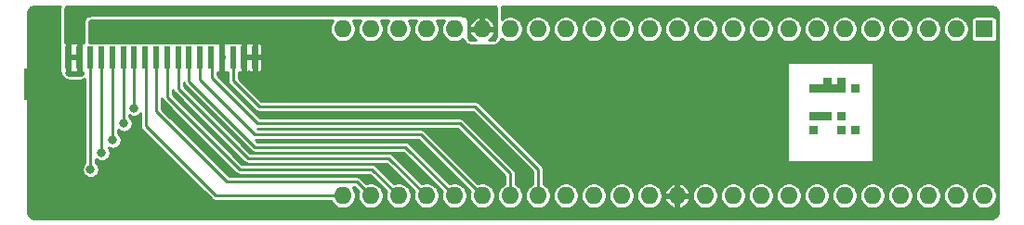
<source format=gbr>
G04 #@! TF.GenerationSoftware,KiCad,Pcbnew,(5.1.12)-1*
G04 #@! TF.CreationDate,2021-12-10T19:42:55+00:00*
G04 #@! TF.ProjectId,RGBtoHDMI Amiga Denise DIP Breakout FFC - CDTV v2,52474274-6f48-4444-9d49-20416d696761,v2*
G04 #@! TF.SameCoordinates,Original*
G04 #@! TF.FileFunction,Copper,L1,Top*
G04 #@! TF.FilePolarity,Positive*
%FSLAX46Y46*%
G04 Gerber Fmt 4.6, Leading zero omitted, Abs format (unit mm)*
G04 Created by KiCad (PCBNEW (5.1.12)-1) date 2021-12-10 19:42:55*
%MOMM*%
%LPD*%
G01*
G04 APERTURE LIST*
G04 #@! TA.AperFunction,EtchedComponent*
%ADD10C,0.100000*%
G04 #@! TD*
G04 #@! TA.AperFunction,ComponentPad*
%ADD11R,1.600000X1.600000*%
G04 #@! TD*
G04 #@! TA.AperFunction,ComponentPad*
%ADD12O,1.600000X1.600000*%
G04 #@! TD*
G04 #@! TA.AperFunction,SMDPad,CuDef*
%ADD13R,2.500000X3.000000*%
G04 #@! TD*
G04 #@! TA.AperFunction,SMDPad,CuDef*
%ADD14R,0.600000X2.000000*%
G04 #@! TD*
G04 #@! TA.AperFunction,ViaPad*
%ADD15C,0.800000*%
G04 #@! TD*
G04 #@! TA.AperFunction,Conductor*
%ADD16C,0.250000*%
G04 #@! TD*
G04 #@! TA.AperFunction,Conductor*
%ADD17C,0.254000*%
G04 #@! TD*
G04 #@! TA.AperFunction,Conductor*
%ADD18C,0.100000*%
G04 #@! TD*
G04 APERTURE END LIST*
D10*
G36*
X146685000Y-80010000D02*
G01*
X146050000Y-80010000D01*
X146050000Y-79375000D01*
X146685000Y-79375000D01*
X146685000Y-80010000D01*
G37*
X146685000Y-80010000D02*
X146050000Y-80010000D01*
X146050000Y-79375000D01*
X146685000Y-79375000D01*
X146685000Y-80010000D01*
G36*
X149225000Y-80010000D02*
G01*
X148590000Y-80010000D01*
X148590000Y-79375000D01*
X149225000Y-79375000D01*
X149225000Y-80010000D01*
G37*
X149225000Y-80010000D02*
X148590000Y-80010000D01*
X148590000Y-79375000D01*
X149225000Y-79375000D01*
X149225000Y-80010000D01*
G36*
X149225000Y-78740000D02*
G01*
X148590000Y-78740000D01*
X148590000Y-78105000D01*
X149225000Y-78105000D01*
X149225000Y-78740000D01*
G37*
X149225000Y-78740000D02*
X148590000Y-78740000D01*
X148590000Y-78105000D01*
X149225000Y-78105000D01*
X149225000Y-78740000D01*
G36*
X147955000Y-78740000D02*
G01*
X147320000Y-78740000D01*
X147320000Y-78105000D01*
X147955000Y-78105000D01*
X147955000Y-78740000D01*
G37*
X147955000Y-78740000D02*
X147320000Y-78740000D01*
X147320000Y-78105000D01*
X147955000Y-78105000D01*
X147955000Y-78740000D01*
G36*
X147320000Y-78740000D02*
G01*
X146685000Y-78740000D01*
X146685000Y-78105000D01*
X147320000Y-78105000D01*
X147320000Y-78740000D01*
G37*
X147320000Y-78740000D02*
X146685000Y-78740000D01*
X146685000Y-78105000D01*
X147320000Y-78105000D01*
X147320000Y-78740000D01*
G36*
X146685000Y-78740000D02*
G01*
X146050000Y-78740000D01*
X146050000Y-78105000D01*
X146685000Y-78105000D01*
X146685000Y-78740000D01*
G37*
X146685000Y-78740000D02*
X146050000Y-78740000D01*
X146050000Y-78105000D01*
X146685000Y-78105000D01*
X146685000Y-78740000D01*
G36*
X146685000Y-76200000D02*
G01*
X146050000Y-76200000D01*
X146050000Y-75565000D01*
X146685000Y-75565000D01*
X146685000Y-76200000D01*
G37*
X146685000Y-76200000D02*
X146050000Y-76200000D01*
X146050000Y-75565000D01*
X146685000Y-75565000D01*
X146685000Y-76200000D01*
G36*
X147320000Y-76200000D02*
G01*
X146685000Y-76200000D01*
X146685000Y-75565000D01*
X147320000Y-75565000D01*
X147320000Y-76200000D01*
G37*
X147320000Y-76200000D02*
X146685000Y-76200000D01*
X146685000Y-75565000D01*
X147320000Y-75565000D01*
X147320000Y-76200000D01*
G36*
X147955000Y-75565000D02*
G01*
X147320000Y-75565000D01*
X147320000Y-74930000D01*
X147955000Y-74930000D01*
X147955000Y-75565000D01*
G37*
X147955000Y-75565000D02*
X147320000Y-75565000D01*
X147320000Y-74930000D01*
X147955000Y-74930000D01*
X147955000Y-75565000D01*
G36*
X147955000Y-76200000D02*
G01*
X147320000Y-76200000D01*
X147320000Y-75565000D01*
X147955000Y-75565000D01*
X147955000Y-76200000D01*
G37*
X147955000Y-76200000D02*
X147320000Y-76200000D01*
X147320000Y-75565000D01*
X147955000Y-75565000D01*
X147955000Y-76200000D01*
G36*
X148590000Y-76200000D02*
G01*
X147955000Y-76200000D01*
X147955000Y-75565000D01*
X148590000Y-75565000D01*
X148590000Y-76200000D01*
G37*
X148590000Y-76200000D02*
X147955000Y-76200000D01*
X147955000Y-75565000D01*
X148590000Y-75565000D01*
X148590000Y-76200000D01*
G36*
X149225000Y-76200000D02*
G01*
X148590000Y-76200000D01*
X148590000Y-75565000D01*
X149225000Y-75565000D01*
X149225000Y-76200000D01*
G37*
X149225000Y-76200000D02*
X148590000Y-76200000D01*
X148590000Y-75565000D01*
X149225000Y-75565000D01*
X149225000Y-76200000D01*
G36*
X149225000Y-75565000D02*
G01*
X148590000Y-75565000D01*
X148590000Y-74930000D01*
X149225000Y-74930000D01*
X149225000Y-75565000D01*
G37*
X149225000Y-75565000D02*
X148590000Y-75565000D01*
X148590000Y-74930000D01*
X149225000Y-74930000D01*
X149225000Y-75565000D01*
G36*
X150495000Y-80010000D02*
G01*
X149860000Y-80010000D01*
X149860000Y-79375000D01*
X150495000Y-79375000D01*
X150495000Y-80010000D01*
G37*
X150495000Y-80010000D02*
X149860000Y-80010000D01*
X149860000Y-79375000D01*
X150495000Y-79375000D01*
X150495000Y-80010000D01*
G36*
X150495000Y-76200000D02*
G01*
X149860000Y-76200000D01*
X149860000Y-75565000D01*
X150495000Y-75565000D01*
X150495000Y-76200000D01*
G37*
X150495000Y-76200000D02*
X149860000Y-76200000D01*
X149860000Y-75565000D01*
X150495000Y-75565000D01*
X150495000Y-76200000D01*
D11*
X161925000Y-70485000D03*
D12*
X103505000Y-85725000D03*
X159385000Y-70485000D03*
X106045000Y-85725000D03*
X156845000Y-70485000D03*
X108585000Y-85725000D03*
X154305000Y-70485000D03*
X111125000Y-85725000D03*
X151765000Y-70485000D03*
X113665000Y-85725000D03*
X149225000Y-70485000D03*
X116205000Y-85725000D03*
X146685000Y-70485000D03*
X118745000Y-85725000D03*
X144145000Y-70485000D03*
X121285000Y-85725000D03*
X141605000Y-70485000D03*
X123825000Y-85725000D03*
X139065000Y-70485000D03*
X126365000Y-85725000D03*
X136525000Y-70485000D03*
X128905000Y-85725000D03*
X133985000Y-70485000D03*
X131445000Y-85725000D03*
X131445000Y-70485000D03*
X133985000Y-85725000D03*
X128905000Y-70485000D03*
X136525000Y-85725000D03*
X126365000Y-70485000D03*
X139065000Y-85725000D03*
X123825000Y-70485000D03*
X141605000Y-85725000D03*
X121285000Y-70485000D03*
X144145000Y-85725000D03*
X118745000Y-70485000D03*
X146685000Y-85725000D03*
X116205000Y-70485000D03*
X149225000Y-85725000D03*
X113665000Y-70485000D03*
X151765000Y-85725000D03*
X111125000Y-70485000D03*
X154305000Y-85725000D03*
X108585000Y-70485000D03*
X156845000Y-85725000D03*
X106045000Y-70485000D03*
X159385000Y-85725000D03*
X103505000Y-70485000D03*
X161925000Y-85725000D03*
D13*
X75745000Y-75520000D03*
X98245000Y-75520000D03*
D14*
X95495000Y-73070000D03*
X94495000Y-73070000D03*
X93495000Y-73070000D03*
X92495000Y-73070000D03*
X91495000Y-73070000D03*
X90495000Y-73070000D03*
X89495000Y-73070000D03*
X88495000Y-73070000D03*
X87495000Y-73070000D03*
X86495000Y-73070000D03*
X85495000Y-73070000D03*
X84495000Y-73070000D03*
X83495000Y-73070000D03*
X82495000Y-73070000D03*
X81495000Y-73070000D03*
X80495000Y-73070000D03*
X79495000Y-73070000D03*
X78495000Y-73070000D03*
D15*
X97536000Y-76327000D03*
X98933000Y-76327000D03*
X98933000Y-74676000D03*
X97536000Y-74676000D03*
X75057000Y-76454000D03*
X76454000Y-76454000D03*
X76454000Y-74549000D03*
X75057000Y-74549000D03*
X92456000Y-74676000D03*
X92456000Y-71247000D03*
X94996000Y-74676000D03*
X94996000Y-71374000D03*
X84455000Y-77724000D03*
X83566000Y-79121000D03*
X82550004Y-80645000D03*
X81534000Y-81788000D03*
X80518006Y-83312000D03*
D16*
X84495000Y-77684000D02*
X84455000Y-77724000D01*
X84495000Y-73070000D02*
X84495000Y-77684000D01*
X83495000Y-73070000D02*
X83495000Y-79050000D01*
X83495000Y-79050000D02*
X83566000Y-79121000D01*
X82495000Y-73070000D02*
X82495000Y-80589996D01*
X82495000Y-80589996D02*
X82550004Y-80645000D01*
X81495000Y-81749000D02*
X81534000Y-81788000D01*
X81495000Y-73070000D02*
X81495000Y-81749000D01*
X80495000Y-73070000D02*
X80495000Y-83288994D01*
X80495000Y-83288994D02*
X80518006Y-83312000D01*
X93495000Y-75207000D02*
X93495000Y-73070000D01*
X95885000Y-77597000D02*
X93495000Y-75207000D01*
X115570000Y-77597000D02*
X95885000Y-77597000D01*
X121285000Y-83312000D02*
X115570000Y-77597000D01*
X121285000Y-85725000D02*
X121285000Y-83312000D01*
X91567000Y-73142000D02*
X91495000Y-73070000D01*
X91567000Y-74930000D02*
X91567000Y-73142000D01*
X95758000Y-79121000D02*
X91567000Y-74930000D01*
X114173000Y-79121000D02*
X95758000Y-79121000D01*
X118745000Y-83693000D02*
X114173000Y-79121000D01*
X118745000Y-85725000D02*
X118745000Y-83693000D01*
X110617000Y-80137000D02*
X95504000Y-80137000D01*
X116205000Y-85725000D02*
X110617000Y-80137000D01*
X95504000Y-80137000D02*
X90495000Y-75128000D01*
X90495000Y-75128000D02*
X90495000Y-73070000D01*
X113665000Y-85725000D02*
X109220000Y-81280000D01*
X109220000Y-81280000D02*
X95501178Y-81280000D01*
X95501178Y-81280000D02*
X89495000Y-75273822D01*
X89495000Y-75273822D02*
X89495000Y-73070000D01*
X88495000Y-75922000D02*
X88495000Y-73070000D01*
X94869000Y-82296000D02*
X88495000Y-75922000D01*
X107696000Y-82296000D02*
X94869000Y-82296000D01*
X111125000Y-85725000D02*
X107696000Y-82296000D01*
X94107000Y-83312000D02*
X87495000Y-76700000D01*
X106172000Y-83312000D02*
X94107000Y-83312000D01*
X108585000Y-85725000D02*
X106172000Y-83312000D01*
X87495000Y-76700000D02*
X87495000Y-73070000D01*
X86495000Y-73959000D02*
X86495000Y-73070000D01*
X86495000Y-77986000D02*
X86495000Y-73959000D01*
X92964000Y-84455000D02*
X86495000Y-77986000D01*
X104775000Y-84455000D02*
X92964000Y-84455000D01*
X106045000Y-85725000D02*
X104775000Y-84455000D01*
X85598000Y-73173000D02*
X85495000Y-73070000D01*
X85598000Y-79375000D02*
X85598000Y-73173000D01*
X91948000Y-85725000D02*
X85598000Y-79375000D01*
X103505000Y-85725000D02*
X91948000Y-85725000D01*
D17*
X77727259Y-68522270D02*
X77724000Y-68572000D01*
X77724000Y-74303000D01*
X77727259Y-74352730D01*
X77744296Y-74482140D01*
X77770039Y-74578212D01*
X77819989Y-74698802D01*
X77869721Y-74784940D01*
X77949181Y-74888493D01*
X78019507Y-74958819D01*
X78123060Y-75038279D01*
X78209198Y-75088011D01*
X78329788Y-75137961D01*
X78425860Y-75163704D01*
X78555270Y-75180741D01*
X78605000Y-75184000D01*
X79510000Y-75184000D01*
X79559730Y-75180741D01*
X79689140Y-75163704D01*
X79785212Y-75137961D01*
X79905802Y-75088011D01*
X79989000Y-75039976D01*
X79989001Y-82736504D01*
X79911364Y-82814141D01*
X79825893Y-82942058D01*
X79767019Y-83084191D01*
X79737006Y-83235078D01*
X79737006Y-83388922D01*
X79767019Y-83539809D01*
X79825893Y-83681942D01*
X79911364Y-83809859D01*
X80020147Y-83918642D01*
X80148064Y-84004113D01*
X80290197Y-84062987D01*
X80441084Y-84093000D01*
X80594928Y-84093000D01*
X80745815Y-84062987D01*
X80887948Y-84004113D01*
X81015865Y-83918642D01*
X81124648Y-83809859D01*
X81210119Y-83681942D01*
X81268993Y-83539809D01*
X81299006Y-83388922D01*
X81299006Y-83235078D01*
X81268993Y-83084191D01*
X81210119Y-82942058D01*
X81124648Y-82814141D01*
X81015865Y-82705358D01*
X81001000Y-82695426D01*
X81001000Y-82359501D01*
X81036141Y-82394642D01*
X81164058Y-82480113D01*
X81306191Y-82538987D01*
X81457078Y-82569000D01*
X81610922Y-82569000D01*
X81761809Y-82538987D01*
X81903942Y-82480113D01*
X82031859Y-82394642D01*
X82140642Y-82285859D01*
X82226113Y-82157942D01*
X82284987Y-82015809D01*
X82315000Y-81864922D01*
X82315000Y-81711078D01*
X82284987Y-81560191D01*
X82226113Y-81418058D01*
X82165547Y-81327415D01*
X82180062Y-81337113D01*
X82322195Y-81395987D01*
X82473082Y-81426000D01*
X82626926Y-81426000D01*
X82777813Y-81395987D01*
X82919946Y-81337113D01*
X83047863Y-81251642D01*
X83156646Y-81142859D01*
X83242117Y-81014942D01*
X83300991Y-80872809D01*
X83331004Y-80721922D01*
X83331004Y-80568078D01*
X83300991Y-80417191D01*
X83242117Y-80275058D01*
X83156646Y-80147141D01*
X83047863Y-80038358D01*
X83001000Y-80007045D01*
X83001000Y-79660501D01*
X83068141Y-79727642D01*
X83196058Y-79813113D01*
X83338191Y-79871987D01*
X83489078Y-79902000D01*
X83642922Y-79902000D01*
X83793809Y-79871987D01*
X83935942Y-79813113D01*
X84063859Y-79727642D01*
X84172642Y-79618859D01*
X84258113Y-79490942D01*
X84316987Y-79348809D01*
X84347000Y-79197922D01*
X84347000Y-79044078D01*
X84316987Y-78893191D01*
X84258113Y-78751058D01*
X84172642Y-78623141D01*
X84063859Y-78514358D01*
X84001000Y-78472357D01*
X84001000Y-78359948D01*
X84085058Y-78416113D01*
X84227191Y-78474987D01*
X84378078Y-78505000D01*
X84531922Y-78505000D01*
X84682809Y-78474987D01*
X84824942Y-78416113D01*
X84952859Y-78330642D01*
X85061642Y-78221859D01*
X85092000Y-78176425D01*
X85092000Y-79350154D01*
X85089553Y-79375000D01*
X85092000Y-79399846D01*
X85092000Y-79399853D01*
X85099322Y-79474192D01*
X85128255Y-79569574D01*
X85175241Y-79657479D01*
X85238473Y-79734527D01*
X85257785Y-79750376D01*
X91572628Y-86065220D01*
X91588473Y-86084527D01*
X91665521Y-86147759D01*
X91753423Y-86194744D01*
X91753425Y-86194745D01*
X91848806Y-86223678D01*
X91858694Y-86224652D01*
X91923146Y-86231000D01*
X91923153Y-86231000D01*
X91947999Y-86233447D01*
X91972845Y-86231000D01*
X102436288Y-86231000D01*
X102458412Y-86284413D01*
X102587658Y-86477843D01*
X102752157Y-86642342D01*
X102945587Y-86771588D01*
X103160515Y-86860614D01*
X103388682Y-86906000D01*
X103621318Y-86906000D01*
X103849485Y-86860614D01*
X104064413Y-86771588D01*
X104257843Y-86642342D01*
X104422342Y-86477843D01*
X104551588Y-86284413D01*
X104640614Y-86069485D01*
X104686000Y-85841318D01*
X104686000Y-85608682D01*
X104640614Y-85380515D01*
X104551588Y-85165587D01*
X104422342Y-84972157D01*
X104411185Y-84961000D01*
X104565409Y-84961000D01*
X104931510Y-85327102D01*
X104909386Y-85380515D01*
X104864000Y-85608682D01*
X104864000Y-85841318D01*
X104909386Y-86069485D01*
X104998412Y-86284413D01*
X105127658Y-86477843D01*
X105292157Y-86642342D01*
X105485587Y-86771588D01*
X105700515Y-86860614D01*
X105928682Y-86906000D01*
X106161318Y-86906000D01*
X106389485Y-86860614D01*
X106604413Y-86771588D01*
X106797843Y-86642342D01*
X106962342Y-86477843D01*
X107091588Y-86284413D01*
X107180614Y-86069485D01*
X107226000Y-85841318D01*
X107226000Y-85608682D01*
X107180614Y-85380515D01*
X107091588Y-85165587D01*
X106962342Y-84972157D01*
X106797843Y-84807658D01*
X106604413Y-84678412D01*
X106389485Y-84589386D01*
X106161318Y-84544000D01*
X105928682Y-84544000D01*
X105700515Y-84589386D01*
X105647102Y-84611510D01*
X105150376Y-84114785D01*
X105134527Y-84095473D01*
X105057479Y-84032241D01*
X104969575Y-83985255D01*
X104874193Y-83956322D01*
X104799854Y-83949000D01*
X104799846Y-83949000D01*
X104775000Y-83946553D01*
X104750154Y-83949000D01*
X93173592Y-83949000D01*
X87001000Y-77776409D01*
X87001000Y-76814614D01*
X87025255Y-76894574D01*
X87072241Y-76982479D01*
X87135473Y-77059527D01*
X87154785Y-77075376D01*
X93731628Y-83652220D01*
X93747473Y-83671527D01*
X93824521Y-83734759D01*
X93912425Y-83781745D01*
X94007807Y-83810678D01*
X94082146Y-83818000D01*
X94082153Y-83818000D01*
X94106999Y-83820447D01*
X94131845Y-83818000D01*
X105962409Y-83818000D01*
X107471510Y-85327102D01*
X107449386Y-85380515D01*
X107404000Y-85608682D01*
X107404000Y-85841318D01*
X107449386Y-86069485D01*
X107538412Y-86284413D01*
X107667658Y-86477843D01*
X107832157Y-86642342D01*
X108025587Y-86771588D01*
X108240515Y-86860614D01*
X108468682Y-86906000D01*
X108701318Y-86906000D01*
X108929485Y-86860614D01*
X109144413Y-86771588D01*
X109337843Y-86642342D01*
X109502342Y-86477843D01*
X109631588Y-86284413D01*
X109720614Y-86069485D01*
X109766000Y-85841318D01*
X109766000Y-85608682D01*
X109720614Y-85380515D01*
X109631588Y-85165587D01*
X109502342Y-84972157D01*
X109337843Y-84807658D01*
X109144413Y-84678412D01*
X108929485Y-84589386D01*
X108701318Y-84544000D01*
X108468682Y-84544000D01*
X108240515Y-84589386D01*
X108187102Y-84611510D01*
X106547376Y-82971785D01*
X106531527Y-82952473D01*
X106454479Y-82889241D01*
X106366575Y-82842255D01*
X106271193Y-82813322D01*
X106196854Y-82806000D01*
X106196846Y-82806000D01*
X106172000Y-82803553D01*
X106147154Y-82806000D01*
X94316592Y-82806000D01*
X88001000Y-76490409D01*
X88001000Y-76036614D01*
X88025255Y-76116574D01*
X88072241Y-76204479D01*
X88135473Y-76281527D01*
X88154785Y-76297376D01*
X94493628Y-82636220D01*
X94509473Y-82655527D01*
X94586521Y-82718759D01*
X94674425Y-82765745D01*
X94769806Y-82794678D01*
X94779694Y-82795652D01*
X94844146Y-82802000D01*
X94844153Y-82802000D01*
X94868999Y-82804447D01*
X94893845Y-82802000D01*
X107486409Y-82802000D01*
X110011510Y-85327102D01*
X109989386Y-85380515D01*
X109944000Y-85608682D01*
X109944000Y-85841318D01*
X109989386Y-86069485D01*
X110078412Y-86284413D01*
X110207658Y-86477843D01*
X110372157Y-86642342D01*
X110565587Y-86771588D01*
X110780515Y-86860614D01*
X111008682Y-86906000D01*
X111241318Y-86906000D01*
X111469485Y-86860614D01*
X111684413Y-86771588D01*
X111877843Y-86642342D01*
X112042342Y-86477843D01*
X112171588Y-86284413D01*
X112260614Y-86069485D01*
X112306000Y-85841318D01*
X112306000Y-85608682D01*
X112260614Y-85380515D01*
X112171588Y-85165587D01*
X112042342Y-84972157D01*
X111877843Y-84807658D01*
X111684413Y-84678412D01*
X111469485Y-84589386D01*
X111241318Y-84544000D01*
X111008682Y-84544000D01*
X110780515Y-84589386D01*
X110727102Y-84611510D01*
X108071376Y-81955785D01*
X108055527Y-81936473D01*
X107978479Y-81873241D01*
X107890575Y-81826255D01*
X107795193Y-81797322D01*
X107720854Y-81790000D01*
X107720846Y-81790000D01*
X107696000Y-81787553D01*
X107671154Y-81790000D01*
X95078592Y-81790000D01*
X89001000Y-75712409D01*
X89001000Y-75388436D01*
X89025255Y-75468396D01*
X89072241Y-75556301D01*
X89135473Y-75633349D01*
X89154785Y-75649198D01*
X95125806Y-81620220D01*
X95141651Y-81639527D01*
X95218699Y-81702759D01*
X95306603Y-81749745D01*
X95379785Y-81771944D01*
X95401984Y-81778678D01*
X95411872Y-81779652D01*
X95476324Y-81786000D01*
X95476331Y-81786000D01*
X95501177Y-81788447D01*
X95526023Y-81786000D01*
X109010409Y-81786000D01*
X112551510Y-85327102D01*
X112529386Y-85380515D01*
X112484000Y-85608682D01*
X112484000Y-85841318D01*
X112529386Y-86069485D01*
X112618412Y-86284413D01*
X112747658Y-86477843D01*
X112912157Y-86642342D01*
X113105587Y-86771588D01*
X113320515Y-86860614D01*
X113548682Y-86906000D01*
X113781318Y-86906000D01*
X114009485Y-86860614D01*
X114224413Y-86771588D01*
X114417843Y-86642342D01*
X114582342Y-86477843D01*
X114711588Y-86284413D01*
X114800614Y-86069485D01*
X114846000Y-85841318D01*
X114846000Y-85608682D01*
X114800614Y-85380515D01*
X114711588Y-85165587D01*
X114582342Y-84972157D01*
X114417843Y-84807658D01*
X114224413Y-84678412D01*
X114009485Y-84589386D01*
X113781318Y-84544000D01*
X113548682Y-84544000D01*
X113320515Y-84589386D01*
X113267102Y-84611510D01*
X109595376Y-80939785D01*
X109579527Y-80920473D01*
X109502479Y-80857241D01*
X109414575Y-80810255D01*
X109319193Y-80781322D01*
X109244854Y-80774000D01*
X109244846Y-80774000D01*
X109220000Y-80771553D01*
X109195154Y-80774000D01*
X95710770Y-80774000D01*
X95579770Y-80643000D01*
X110407409Y-80643000D01*
X115091510Y-85327102D01*
X115069386Y-85380515D01*
X115024000Y-85608682D01*
X115024000Y-85841318D01*
X115069386Y-86069485D01*
X115158412Y-86284413D01*
X115287658Y-86477843D01*
X115452157Y-86642342D01*
X115645587Y-86771588D01*
X115860515Y-86860614D01*
X116088682Y-86906000D01*
X116321318Y-86906000D01*
X116549485Y-86860614D01*
X116764413Y-86771588D01*
X116957843Y-86642342D01*
X117122342Y-86477843D01*
X117251588Y-86284413D01*
X117340614Y-86069485D01*
X117386000Y-85841318D01*
X117386000Y-85608682D01*
X117340614Y-85380515D01*
X117251588Y-85165587D01*
X117122342Y-84972157D01*
X116957843Y-84807658D01*
X116764413Y-84678412D01*
X116549485Y-84589386D01*
X116321318Y-84544000D01*
X116088682Y-84544000D01*
X115860515Y-84589386D01*
X115807102Y-84611510D01*
X110992376Y-79796785D01*
X110976527Y-79777473D01*
X110899479Y-79714241D01*
X110811575Y-79667255D01*
X110716193Y-79638322D01*
X110641854Y-79631000D01*
X110641846Y-79631000D01*
X110617000Y-79628553D01*
X110592154Y-79631000D01*
X95713592Y-79631000D01*
X95707019Y-79624427D01*
X95733146Y-79627000D01*
X95733153Y-79627000D01*
X95757999Y-79629447D01*
X95782845Y-79627000D01*
X113963409Y-79627000D01*
X118239001Y-83902593D01*
X118239001Y-84656287D01*
X118185587Y-84678412D01*
X117992157Y-84807658D01*
X117827658Y-84972157D01*
X117698412Y-85165587D01*
X117609386Y-85380515D01*
X117564000Y-85608682D01*
X117564000Y-85841318D01*
X117609386Y-86069485D01*
X117698412Y-86284413D01*
X117827658Y-86477843D01*
X117992157Y-86642342D01*
X118185587Y-86771588D01*
X118400515Y-86860614D01*
X118628682Y-86906000D01*
X118861318Y-86906000D01*
X119089485Y-86860614D01*
X119304413Y-86771588D01*
X119497843Y-86642342D01*
X119662342Y-86477843D01*
X119791588Y-86284413D01*
X119880614Y-86069485D01*
X119926000Y-85841318D01*
X119926000Y-85608682D01*
X119880614Y-85380515D01*
X119791588Y-85165587D01*
X119662342Y-84972157D01*
X119497843Y-84807658D01*
X119304413Y-84678412D01*
X119251000Y-84656288D01*
X119251000Y-83717845D01*
X119253447Y-83692999D01*
X119251000Y-83668153D01*
X119251000Y-83668146D01*
X119243678Y-83593807D01*
X119214745Y-83498425D01*
X119167759Y-83410521D01*
X119104527Y-83333473D01*
X119085220Y-83317628D01*
X114548376Y-78780785D01*
X114532527Y-78761473D01*
X114455479Y-78698241D01*
X114367575Y-78651255D01*
X114272193Y-78622322D01*
X114197854Y-78615000D01*
X114197846Y-78615000D01*
X114173000Y-78612553D01*
X114148154Y-78615000D01*
X95967592Y-78615000D01*
X92073000Y-74720409D01*
X92073000Y-74431135D01*
X92120311Y-74445487D01*
X92195000Y-74452843D01*
X92272750Y-74451000D01*
X92368000Y-74355750D01*
X92368000Y-73197000D01*
X92348000Y-73197000D01*
X92348000Y-72943000D01*
X92368000Y-72943000D01*
X92368000Y-71784250D01*
X92622000Y-71784250D01*
X92622000Y-72943000D01*
X92642000Y-72943000D01*
X92642000Y-73197000D01*
X92622000Y-73197000D01*
X92622000Y-74355750D01*
X92717250Y-74451000D01*
X92795000Y-74452843D01*
X92869689Y-74445487D01*
X92941508Y-74423701D01*
X92989000Y-74398315D01*
X92989000Y-75182154D01*
X92986553Y-75207000D01*
X92989000Y-75231846D01*
X92989000Y-75231853D01*
X92996322Y-75306192D01*
X93025255Y-75401574D01*
X93072241Y-75489479D01*
X93135473Y-75566527D01*
X93154785Y-75582376D01*
X95509628Y-77937220D01*
X95525473Y-77956527D01*
X95602521Y-78019759D01*
X95690425Y-78066745D01*
X95751242Y-78085193D01*
X95785806Y-78095678D01*
X95795694Y-78096652D01*
X95860146Y-78103000D01*
X95860153Y-78103000D01*
X95884999Y-78105447D01*
X95909845Y-78103000D01*
X115360409Y-78103000D01*
X120779001Y-83521593D01*
X120779000Y-84656287D01*
X120725587Y-84678412D01*
X120532157Y-84807658D01*
X120367658Y-84972157D01*
X120238412Y-85165587D01*
X120149386Y-85380515D01*
X120104000Y-85608682D01*
X120104000Y-85841318D01*
X120149386Y-86069485D01*
X120238412Y-86284413D01*
X120367658Y-86477843D01*
X120532157Y-86642342D01*
X120725587Y-86771588D01*
X120940515Y-86860614D01*
X121168682Y-86906000D01*
X121401318Y-86906000D01*
X121629485Y-86860614D01*
X121844413Y-86771588D01*
X122037843Y-86642342D01*
X122202342Y-86477843D01*
X122331588Y-86284413D01*
X122420614Y-86069485D01*
X122466000Y-85841318D01*
X122466000Y-85608682D01*
X122644000Y-85608682D01*
X122644000Y-85841318D01*
X122689386Y-86069485D01*
X122778412Y-86284413D01*
X122907658Y-86477843D01*
X123072157Y-86642342D01*
X123265587Y-86771588D01*
X123480515Y-86860614D01*
X123708682Y-86906000D01*
X123941318Y-86906000D01*
X124169485Y-86860614D01*
X124384413Y-86771588D01*
X124577843Y-86642342D01*
X124742342Y-86477843D01*
X124871588Y-86284413D01*
X124960614Y-86069485D01*
X125006000Y-85841318D01*
X125006000Y-85608682D01*
X125184000Y-85608682D01*
X125184000Y-85841318D01*
X125229386Y-86069485D01*
X125318412Y-86284413D01*
X125447658Y-86477843D01*
X125612157Y-86642342D01*
X125805587Y-86771588D01*
X126020515Y-86860614D01*
X126248682Y-86906000D01*
X126481318Y-86906000D01*
X126709485Y-86860614D01*
X126924413Y-86771588D01*
X127117843Y-86642342D01*
X127282342Y-86477843D01*
X127411588Y-86284413D01*
X127500614Y-86069485D01*
X127546000Y-85841318D01*
X127546000Y-85608682D01*
X127724000Y-85608682D01*
X127724000Y-85841318D01*
X127769386Y-86069485D01*
X127858412Y-86284413D01*
X127987658Y-86477843D01*
X128152157Y-86642342D01*
X128345587Y-86771588D01*
X128560515Y-86860614D01*
X128788682Y-86906000D01*
X129021318Y-86906000D01*
X129249485Y-86860614D01*
X129464413Y-86771588D01*
X129657843Y-86642342D01*
X129822342Y-86477843D01*
X129951588Y-86284413D01*
X130040614Y-86069485D01*
X130086000Y-85841318D01*
X130086000Y-85608682D01*
X130264000Y-85608682D01*
X130264000Y-85841318D01*
X130309386Y-86069485D01*
X130398412Y-86284413D01*
X130527658Y-86477843D01*
X130692157Y-86642342D01*
X130885587Y-86771588D01*
X131100515Y-86860614D01*
X131328682Y-86906000D01*
X131561318Y-86906000D01*
X131789485Y-86860614D01*
X132004413Y-86771588D01*
X132197843Y-86642342D01*
X132362342Y-86477843D01*
X132491588Y-86284413D01*
X132580614Y-86069485D01*
X132587649Y-86034115D01*
X132845165Y-86034115D01*
X132927372Y-86250546D01*
X133050223Y-86446781D01*
X133208997Y-86615278D01*
X133397592Y-86749562D01*
X133608761Y-86844473D01*
X133675886Y-86864829D01*
X133858000Y-86803297D01*
X133858000Y-85852000D01*
X134112000Y-85852000D01*
X134112000Y-86803297D01*
X134294114Y-86864829D01*
X134361239Y-86844473D01*
X134572408Y-86749562D01*
X134761003Y-86615278D01*
X134919777Y-86446781D01*
X135042628Y-86250546D01*
X135124835Y-86034115D01*
X135063908Y-85852000D01*
X134112000Y-85852000D01*
X133858000Y-85852000D01*
X132906092Y-85852000D01*
X132845165Y-86034115D01*
X132587649Y-86034115D01*
X132626000Y-85841318D01*
X132626000Y-85608682D01*
X135344000Y-85608682D01*
X135344000Y-85841318D01*
X135389386Y-86069485D01*
X135478412Y-86284413D01*
X135607658Y-86477843D01*
X135772157Y-86642342D01*
X135965587Y-86771588D01*
X136180515Y-86860614D01*
X136408682Y-86906000D01*
X136641318Y-86906000D01*
X136869485Y-86860614D01*
X137084413Y-86771588D01*
X137277843Y-86642342D01*
X137442342Y-86477843D01*
X137571588Y-86284413D01*
X137660614Y-86069485D01*
X137706000Y-85841318D01*
X137706000Y-85608682D01*
X137884000Y-85608682D01*
X137884000Y-85841318D01*
X137929386Y-86069485D01*
X138018412Y-86284413D01*
X138147658Y-86477843D01*
X138312157Y-86642342D01*
X138505587Y-86771588D01*
X138720515Y-86860614D01*
X138948682Y-86906000D01*
X139181318Y-86906000D01*
X139409485Y-86860614D01*
X139624413Y-86771588D01*
X139817843Y-86642342D01*
X139982342Y-86477843D01*
X140111588Y-86284413D01*
X140200614Y-86069485D01*
X140246000Y-85841318D01*
X140246000Y-85608682D01*
X140424000Y-85608682D01*
X140424000Y-85841318D01*
X140469386Y-86069485D01*
X140558412Y-86284413D01*
X140687658Y-86477843D01*
X140852157Y-86642342D01*
X141045587Y-86771588D01*
X141260515Y-86860614D01*
X141488682Y-86906000D01*
X141721318Y-86906000D01*
X141949485Y-86860614D01*
X142164413Y-86771588D01*
X142357843Y-86642342D01*
X142522342Y-86477843D01*
X142651588Y-86284413D01*
X142740614Y-86069485D01*
X142786000Y-85841318D01*
X142786000Y-85608682D01*
X142964000Y-85608682D01*
X142964000Y-85841318D01*
X143009386Y-86069485D01*
X143098412Y-86284413D01*
X143227658Y-86477843D01*
X143392157Y-86642342D01*
X143585587Y-86771588D01*
X143800515Y-86860614D01*
X144028682Y-86906000D01*
X144261318Y-86906000D01*
X144489485Y-86860614D01*
X144704413Y-86771588D01*
X144897843Y-86642342D01*
X145062342Y-86477843D01*
X145191588Y-86284413D01*
X145280614Y-86069485D01*
X145326000Y-85841318D01*
X145326000Y-85608682D01*
X145504000Y-85608682D01*
X145504000Y-85841318D01*
X145549386Y-86069485D01*
X145638412Y-86284413D01*
X145767658Y-86477843D01*
X145932157Y-86642342D01*
X146125587Y-86771588D01*
X146340515Y-86860614D01*
X146568682Y-86906000D01*
X146801318Y-86906000D01*
X147029485Y-86860614D01*
X147244413Y-86771588D01*
X147437843Y-86642342D01*
X147602342Y-86477843D01*
X147731588Y-86284413D01*
X147820614Y-86069485D01*
X147866000Y-85841318D01*
X147866000Y-85608682D01*
X148044000Y-85608682D01*
X148044000Y-85841318D01*
X148089386Y-86069485D01*
X148178412Y-86284413D01*
X148307658Y-86477843D01*
X148472157Y-86642342D01*
X148665587Y-86771588D01*
X148880515Y-86860614D01*
X149108682Y-86906000D01*
X149341318Y-86906000D01*
X149569485Y-86860614D01*
X149784413Y-86771588D01*
X149977843Y-86642342D01*
X150142342Y-86477843D01*
X150271588Y-86284413D01*
X150360614Y-86069485D01*
X150406000Y-85841318D01*
X150406000Y-85608682D01*
X150584000Y-85608682D01*
X150584000Y-85841318D01*
X150629386Y-86069485D01*
X150718412Y-86284413D01*
X150847658Y-86477843D01*
X151012157Y-86642342D01*
X151205587Y-86771588D01*
X151420515Y-86860614D01*
X151648682Y-86906000D01*
X151881318Y-86906000D01*
X152109485Y-86860614D01*
X152324413Y-86771588D01*
X152517843Y-86642342D01*
X152682342Y-86477843D01*
X152811588Y-86284413D01*
X152900614Y-86069485D01*
X152946000Y-85841318D01*
X152946000Y-85608682D01*
X153124000Y-85608682D01*
X153124000Y-85841318D01*
X153169386Y-86069485D01*
X153258412Y-86284413D01*
X153387658Y-86477843D01*
X153552157Y-86642342D01*
X153745587Y-86771588D01*
X153960515Y-86860614D01*
X154188682Y-86906000D01*
X154421318Y-86906000D01*
X154649485Y-86860614D01*
X154864413Y-86771588D01*
X155057843Y-86642342D01*
X155222342Y-86477843D01*
X155351588Y-86284413D01*
X155440614Y-86069485D01*
X155486000Y-85841318D01*
X155486000Y-85608682D01*
X155664000Y-85608682D01*
X155664000Y-85841318D01*
X155709386Y-86069485D01*
X155798412Y-86284413D01*
X155927658Y-86477843D01*
X156092157Y-86642342D01*
X156285587Y-86771588D01*
X156500515Y-86860614D01*
X156728682Y-86906000D01*
X156961318Y-86906000D01*
X157189485Y-86860614D01*
X157404413Y-86771588D01*
X157597843Y-86642342D01*
X157762342Y-86477843D01*
X157891588Y-86284413D01*
X157980614Y-86069485D01*
X158026000Y-85841318D01*
X158026000Y-85608682D01*
X158204000Y-85608682D01*
X158204000Y-85841318D01*
X158249386Y-86069485D01*
X158338412Y-86284413D01*
X158467658Y-86477843D01*
X158632157Y-86642342D01*
X158825587Y-86771588D01*
X159040515Y-86860614D01*
X159268682Y-86906000D01*
X159501318Y-86906000D01*
X159729485Y-86860614D01*
X159944413Y-86771588D01*
X160137843Y-86642342D01*
X160302342Y-86477843D01*
X160431588Y-86284413D01*
X160520614Y-86069485D01*
X160566000Y-85841318D01*
X160566000Y-85608682D01*
X160744000Y-85608682D01*
X160744000Y-85841318D01*
X160789386Y-86069485D01*
X160878412Y-86284413D01*
X161007658Y-86477843D01*
X161172157Y-86642342D01*
X161365587Y-86771588D01*
X161580515Y-86860614D01*
X161808682Y-86906000D01*
X162041318Y-86906000D01*
X162269485Y-86860614D01*
X162484413Y-86771588D01*
X162677843Y-86642342D01*
X162842342Y-86477843D01*
X162971588Y-86284413D01*
X163060614Y-86069485D01*
X163106000Y-85841318D01*
X163106000Y-85608682D01*
X163060614Y-85380515D01*
X162971588Y-85165587D01*
X162842342Y-84972157D01*
X162677843Y-84807658D01*
X162484413Y-84678412D01*
X162269485Y-84589386D01*
X162041318Y-84544000D01*
X161808682Y-84544000D01*
X161580515Y-84589386D01*
X161365587Y-84678412D01*
X161172157Y-84807658D01*
X161007658Y-84972157D01*
X160878412Y-85165587D01*
X160789386Y-85380515D01*
X160744000Y-85608682D01*
X160566000Y-85608682D01*
X160520614Y-85380515D01*
X160431588Y-85165587D01*
X160302342Y-84972157D01*
X160137843Y-84807658D01*
X159944413Y-84678412D01*
X159729485Y-84589386D01*
X159501318Y-84544000D01*
X159268682Y-84544000D01*
X159040515Y-84589386D01*
X158825587Y-84678412D01*
X158632157Y-84807658D01*
X158467658Y-84972157D01*
X158338412Y-85165587D01*
X158249386Y-85380515D01*
X158204000Y-85608682D01*
X158026000Y-85608682D01*
X157980614Y-85380515D01*
X157891588Y-85165587D01*
X157762342Y-84972157D01*
X157597843Y-84807658D01*
X157404413Y-84678412D01*
X157189485Y-84589386D01*
X156961318Y-84544000D01*
X156728682Y-84544000D01*
X156500515Y-84589386D01*
X156285587Y-84678412D01*
X156092157Y-84807658D01*
X155927658Y-84972157D01*
X155798412Y-85165587D01*
X155709386Y-85380515D01*
X155664000Y-85608682D01*
X155486000Y-85608682D01*
X155440614Y-85380515D01*
X155351588Y-85165587D01*
X155222342Y-84972157D01*
X155057843Y-84807658D01*
X154864413Y-84678412D01*
X154649485Y-84589386D01*
X154421318Y-84544000D01*
X154188682Y-84544000D01*
X153960515Y-84589386D01*
X153745587Y-84678412D01*
X153552157Y-84807658D01*
X153387658Y-84972157D01*
X153258412Y-85165587D01*
X153169386Y-85380515D01*
X153124000Y-85608682D01*
X152946000Y-85608682D01*
X152900614Y-85380515D01*
X152811588Y-85165587D01*
X152682342Y-84972157D01*
X152517843Y-84807658D01*
X152324413Y-84678412D01*
X152109485Y-84589386D01*
X151881318Y-84544000D01*
X151648682Y-84544000D01*
X151420515Y-84589386D01*
X151205587Y-84678412D01*
X151012157Y-84807658D01*
X150847658Y-84972157D01*
X150718412Y-85165587D01*
X150629386Y-85380515D01*
X150584000Y-85608682D01*
X150406000Y-85608682D01*
X150360614Y-85380515D01*
X150271588Y-85165587D01*
X150142342Y-84972157D01*
X149977843Y-84807658D01*
X149784413Y-84678412D01*
X149569485Y-84589386D01*
X149341318Y-84544000D01*
X149108682Y-84544000D01*
X148880515Y-84589386D01*
X148665587Y-84678412D01*
X148472157Y-84807658D01*
X148307658Y-84972157D01*
X148178412Y-85165587D01*
X148089386Y-85380515D01*
X148044000Y-85608682D01*
X147866000Y-85608682D01*
X147820614Y-85380515D01*
X147731588Y-85165587D01*
X147602342Y-84972157D01*
X147437843Y-84807658D01*
X147244413Y-84678412D01*
X147029485Y-84589386D01*
X146801318Y-84544000D01*
X146568682Y-84544000D01*
X146340515Y-84589386D01*
X146125587Y-84678412D01*
X145932157Y-84807658D01*
X145767658Y-84972157D01*
X145638412Y-85165587D01*
X145549386Y-85380515D01*
X145504000Y-85608682D01*
X145326000Y-85608682D01*
X145280614Y-85380515D01*
X145191588Y-85165587D01*
X145062342Y-84972157D01*
X144897843Y-84807658D01*
X144704413Y-84678412D01*
X144489485Y-84589386D01*
X144261318Y-84544000D01*
X144028682Y-84544000D01*
X143800515Y-84589386D01*
X143585587Y-84678412D01*
X143392157Y-84807658D01*
X143227658Y-84972157D01*
X143098412Y-85165587D01*
X143009386Y-85380515D01*
X142964000Y-85608682D01*
X142786000Y-85608682D01*
X142740614Y-85380515D01*
X142651588Y-85165587D01*
X142522342Y-84972157D01*
X142357843Y-84807658D01*
X142164413Y-84678412D01*
X141949485Y-84589386D01*
X141721318Y-84544000D01*
X141488682Y-84544000D01*
X141260515Y-84589386D01*
X141045587Y-84678412D01*
X140852157Y-84807658D01*
X140687658Y-84972157D01*
X140558412Y-85165587D01*
X140469386Y-85380515D01*
X140424000Y-85608682D01*
X140246000Y-85608682D01*
X140200614Y-85380515D01*
X140111588Y-85165587D01*
X139982342Y-84972157D01*
X139817843Y-84807658D01*
X139624413Y-84678412D01*
X139409485Y-84589386D01*
X139181318Y-84544000D01*
X138948682Y-84544000D01*
X138720515Y-84589386D01*
X138505587Y-84678412D01*
X138312157Y-84807658D01*
X138147658Y-84972157D01*
X138018412Y-85165587D01*
X137929386Y-85380515D01*
X137884000Y-85608682D01*
X137706000Y-85608682D01*
X137660614Y-85380515D01*
X137571588Y-85165587D01*
X137442342Y-84972157D01*
X137277843Y-84807658D01*
X137084413Y-84678412D01*
X136869485Y-84589386D01*
X136641318Y-84544000D01*
X136408682Y-84544000D01*
X136180515Y-84589386D01*
X135965587Y-84678412D01*
X135772157Y-84807658D01*
X135607658Y-84972157D01*
X135478412Y-85165587D01*
X135389386Y-85380515D01*
X135344000Y-85608682D01*
X132626000Y-85608682D01*
X132587650Y-85415885D01*
X132845165Y-85415885D01*
X132906092Y-85598000D01*
X133858000Y-85598000D01*
X133858000Y-84646703D01*
X134112000Y-84646703D01*
X134112000Y-85598000D01*
X135063908Y-85598000D01*
X135124835Y-85415885D01*
X135042628Y-85199454D01*
X134919777Y-85003219D01*
X134761003Y-84834722D01*
X134572408Y-84700438D01*
X134361239Y-84605527D01*
X134294114Y-84585171D01*
X134112000Y-84646703D01*
X133858000Y-84646703D01*
X133675886Y-84585171D01*
X133608761Y-84605527D01*
X133397592Y-84700438D01*
X133208997Y-84834722D01*
X133050223Y-85003219D01*
X132927372Y-85199454D01*
X132845165Y-85415885D01*
X132587650Y-85415885D01*
X132580614Y-85380515D01*
X132491588Y-85165587D01*
X132362342Y-84972157D01*
X132197843Y-84807658D01*
X132004413Y-84678412D01*
X131789485Y-84589386D01*
X131561318Y-84544000D01*
X131328682Y-84544000D01*
X131100515Y-84589386D01*
X130885587Y-84678412D01*
X130692157Y-84807658D01*
X130527658Y-84972157D01*
X130398412Y-85165587D01*
X130309386Y-85380515D01*
X130264000Y-85608682D01*
X130086000Y-85608682D01*
X130040614Y-85380515D01*
X129951588Y-85165587D01*
X129822342Y-84972157D01*
X129657843Y-84807658D01*
X129464413Y-84678412D01*
X129249485Y-84589386D01*
X129021318Y-84544000D01*
X128788682Y-84544000D01*
X128560515Y-84589386D01*
X128345587Y-84678412D01*
X128152157Y-84807658D01*
X127987658Y-84972157D01*
X127858412Y-85165587D01*
X127769386Y-85380515D01*
X127724000Y-85608682D01*
X127546000Y-85608682D01*
X127500614Y-85380515D01*
X127411588Y-85165587D01*
X127282342Y-84972157D01*
X127117843Y-84807658D01*
X126924413Y-84678412D01*
X126709485Y-84589386D01*
X126481318Y-84544000D01*
X126248682Y-84544000D01*
X126020515Y-84589386D01*
X125805587Y-84678412D01*
X125612157Y-84807658D01*
X125447658Y-84972157D01*
X125318412Y-85165587D01*
X125229386Y-85380515D01*
X125184000Y-85608682D01*
X125006000Y-85608682D01*
X124960614Y-85380515D01*
X124871588Y-85165587D01*
X124742342Y-84972157D01*
X124577843Y-84807658D01*
X124384413Y-84678412D01*
X124169485Y-84589386D01*
X123941318Y-84544000D01*
X123708682Y-84544000D01*
X123480515Y-84589386D01*
X123265587Y-84678412D01*
X123072157Y-84807658D01*
X122907658Y-84972157D01*
X122778412Y-85165587D01*
X122689386Y-85380515D01*
X122644000Y-85608682D01*
X122466000Y-85608682D01*
X122420614Y-85380515D01*
X122331588Y-85165587D01*
X122202342Y-84972157D01*
X122037843Y-84807658D01*
X121844413Y-84678412D01*
X121791000Y-84656288D01*
X121791000Y-83336854D01*
X121793448Y-83312000D01*
X121783678Y-83212807D01*
X121754745Y-83117425D01*
X121736981Y-83084191D01*
X121707759Y-83029521D01*
X121644527Y-82952473D01*
X121625220Y-82936628D01*
X115945376Y-77256785D01*
X115929527Y-77237473D01*
X115852479Y-77174241D01*
X115764575Y-77127255D01*
X115669193Y-77098322D01*
X115594854Y-77091000D01*
X115594846Y-77091000D01*
X115570000Y-77088553D01*
X115545154Y-77091000D01*
X96094592Y-77091000D01*
X94001000Y-74997409D01*
X94001000Y-74398315D01*
X94048492Y-74423701D01*
X94120311Y-74445487D01*
X94195000Y-74452843D01*
X94272750Y-74451000D01*
X94368000Y-74355750D01*
X94368000Y-73197000D01*
X94622000Y-73197000D01*
X94622000Y-74355750D01*
X94717250Y-74451000D01*
X94795000Y-74452843D01*
X94869689Y-74445487D01*
X94941508Y-74423701D01*
X94995000Y-74395108D01*
X95048492Y-74423701D01*
X95120311Y-74445487D01*
X95195000Y-74452843D01*
X95272750Y-74451000D01*
X95368000Y-74355750D01*
X95368000Y-73197000D01*
X95622000Y-73197000D01*
X95622000Y-74355750D01*
X95717250Y-74451000D01*
X95795000Y-74452843D01*
X95869689Y-74445487D01*
X95941508Y-74423701D01*
X96007696Y-74388322D01*
X96065711Y-74340711D01*
X96113322Y-74282696D01*
X96148701Y-74216508D01*
X96170487Y-74144689D01*
X96177843Y-74070000D01*
X96176872Y-73660000D01*
X144018000Y-73660000D01*
X144018000Y-82550000D01*
X144020440Y-82574776D01*
X144027667Y-82598601D01*
X144039403Y-82620557D01*
X144055197Y-82639803D01*
X144074443Y-82655597D01*
X144096399Y-82667333D01*
X144120224Y-82674560D01*
X144145000Y-82677000D01*
X151765000Y-82677000D01*
X151789776Y-82674560D01*
X151813601Y-82667333D01*
X151835557Y-82655597D01*
X151854803Y-82639803D01*
X151870597Y-82620557D01*
X151882333Y-82598601D01*
X151889560Y-82574776D01*
X151892000Y-82550000D01*
X151892000Y-73660000D01*
X151889560Y-73635224D01*
X151882333Y-73611399D01*
X151870597Y-73589443D01*
X151854803Y-73570197D01*
X151835557Y-73554403D01*
X151813601Y-73542667D01*
X151789776Y-73535440D01*
X151765000Y-73533000D01*
X144145000Y-73533000D01*
X144120224Y-73535440D01*
X144096399Y-73542667D01*
X144074443Y-73554403D01*
X144055197Y-73570197D01*
X144039403Y-73589443D01*
X144027667Y-73611399D01*
X144020440Y-73635224D01*
X144018000Y-73660000D01*
X96176872Y-73660000D01*
X96176000Y-73292250D01*
X96080750Y-73197000D01*
X95622000Y-73197000D01*
X95368000Y-73197000D01*
X94622000Y-73197000D01*
X94368000Y-73197000D01*
X94348000Y-73197000D01*
X94348000Y-72943000D01*
X94368000Y-72943000D01*
X94368000Y-71784250D01*
X94622000Y-71784250D01*
X94622000Y-72943000D01*
X95368000Y-72943000D01*
X95368000Y-71784250D01*
X95622000Y-71784250D01*
X95622000Y-72943000D01*
X96080750Y-72943000D01*
X96176000Y-72847750D01*
X96177843Y-72070000D01*
X96170487Y-71995311D01*
X96148701Y-71923492D01*
X96113322Y-71857304D01*
X96065711Y-71799289D01*
X96007696Y-71751678D01*
X95941508Y-71716299D01*
X95869689Y-71694513D01*
X95795000Y-71687157D01*
X95717250Y-71689000D01*
X95622000Y-71784250D01*
X95368000Y-71784250D01*
X95272750Y-71689000D01*
X95195000Y-71687157D01*
X95120311Y-71694513D01*
X95048492Y-71716299D01*
X94995000Y-71744892D01*
X94941508Y-71716299D01*
X94869689Y-71694513D01*
X94795000Y-71687157D01*
X94717250Y-71689000D01*
X94622000Y-71784250D01*
X94368000Y-71784250D01*
X94272750Y-71689000D01*
X94195000Y-71687157D01*
X94120311Y-71694513D01*
X94048492Y-71716299D01*
X93995000Y-71744892D01*
X93941508Y-71716299D01*
X93869689Y-71694513D01*
X93795000Y-71687157D01*
X93195000Y-71687157D01*
X93120311Y-71694513D01*
X93048492Y-71716299D01*
X92995000Y-71744892D01*
X92941508Y-71716299D01*
X92869689Y-71694513D01*
X92795000Y-71687157D01*
X92717250Y-71689000D01*
X92622000Y-71784250D01*
X92368000Y-71784250D01*
X92272750Y-71689000D01*
X92195000Y-71687157D01*
X92120311Y-71694513D01*
X92048492Y-71716299D01*
X91995000Y-71744892D01*
X91941508Y-71716299D01*
X91869689Y-71694513D01*
X91795000Y-71687157D01*
X91195000Y-71687157D01*
X91120311Y-71694513D01*
X91048492Y-71716299D01*
X90995000Y-71744892D01*
X90941508Y-71716299D01*
X90869689Y-71694513D01*
X90795000Y-71687157D01*
X90195000Y-71687157D01*
X90120311Y-71694513D01*
X90048492Y-71716299D01*
X89995000Y-71744892D01*
X89941508Y-71716299D01*
X89869689Y-71694513D01*
X89795000Y-71687157D01*
X89195000Y-71687157D01*
X89120311Y-71694513D01*
X89048492Y-71716299D01*
X88995000Y-71744892D01*
X88941508Y-71716299D01*
X88869689Y-71694513D01*
X88795000Y-71687157D01*
X88195000Y-71687157D01*
X88120311Y-71694513D01*
X88048492Y-71716299D01*
X87995000Y-71744892D01*
X87941508Y-71716299D01*
X87869689Y-71694513D01*
X87795000Y-71687157D01*
X87195000Y-71687157D01*
X87120311Y-71694513D01*
X87048492Y-71716299D01*
X86995000Y-71744892D01*
X86941508Y-71716299D01*
X86869689Y-71694513D01*
X86795000Y-71687157D01*
X86195000Y-71687157D01*
X86120311Y-71694513D01*
X86048492Y-71716299D01*
X85995000Y-71744892D01*
X85941508Y-71716299D01*
X85869689Y-71694513D01*
X85795000Y-71687157D01*
X85195000Y-71687157D01*
X85120311Y-71694513D01*
X85048492Y-71716299D01*
X84995000Y-71744892D01*
X84941508Y-71716299D01*
X84869689Y-71694513D01*
X84795000Y-71687157D01*
X84195000Y-71687157D01*
X84120311Y-71694513D01*
X84048492Y-71716299D01*
X83995000Y-71744892D01*
X83941508Y-71716299D01*
X83869689Y-71694513D01*
X83795000Y-71687157D01*
X83195000Y-71687157D01*
X83120311Y-71694513D01*
X83048492Y-71716299D01*
X82995000Y-71744892D01*
X82941508Y-71716299D01*
X82869689Y-71694513D01*
X82795000Y-71687157D01*
X82195000Y-71687157D01*
X82120311Y-71694513D01*
X82048492Y-71716299D01*
X81995000Y-71744892D01*
X81941508Y-71716299D01*
X81869689Y-71694513D01*
X81795000Y-71687157D01*
X81195000Y-71687157D01*
X81120311Y-71694513D01*
X81048492Y-71716299D01*
X80995000Y-71744892D01*
X80941508Y-71716299D01*
X80869689Y-71694513D01*
X80795000Y-71687157D01*
X80391000Y-71687157D01*
X80391000Y-69866975D01*
X80398231Y-69812048D01*
X80409789Y-69784145D01*
X80428179Y-69760179D01*
X80452145Y-69741789D01*
X80480048Y-69730231D01*
X80534975Y-69723000D01*
X102596815Y-69723000D01*
X102587658Y-69732157D01*
X102458412Y-69925587D01*
X102369386Y-70140515D01*
X102324000Y-70368682D01*
X102324000Y-70601318D01*
X102369386Y-70829485D01*
X102458412Y-71044413D01*
X102587658Y-71237843D01*
X102752157Y-71402342D01*
X102945587Y-71531588D01*
X103160515Y-71620614D01*
X103388682Y-71666000D01*
X103621318Y-71666000D01*
X103849485Y-71620614D01*
X104064413Y-71531588D01*
X104257843Y-71402342D01*
X104422342Y-71237843D01*
X104551588Y-71044413D01*
X104640614Y-70829485D01*
X104686000Y-70601318D01*
X104686000Y-70368682D01*
X104640614Y-70140515D01*
X104551588Y-69925587D01*
X104422342Y-69732157D01*
X104413185Y-69723000D01*
X105136815Y-69723000D01*
X105127658Y-69732157D01*
X104998412Y-69925587D01*
X104909386Y-70140515D01*
X104864000Y-70368682D01*
X104864000Y-70601318D01*
X104909386Y-70829485D01*
X104998412Y-71044413D01*
X105127658Y-71237843D01*
X105292157Y-71402342D01*
X105485587Y-71531588D01*
X105700515Y-71620614D01*
X105928682Y-71666000D01*
X106161318Y-71666000D01*
X106389485Y-71620614D01*
X106604413Y-71531588D01*
X106797843Y-71402342D01*
X106962342Y-71237843D01*
X107091588Y-71044413D01*
X107180614Y-70829485D01*
X107226000Y-70601318D01*
X107226000Y-70368682D01*
X107180614Y-70140515D01*
X107091588Y-69925587D01*
X106962342Y-69732157D01*
X106953185Y-69723000D01*
X107676815Y-69723000D01*
X107667658Y-69732157D01*
X107538412Y-69925587D01*
X107449386Y-70140515D01*
X107404000Y-70368682D01*
X107404000Y-70601318D01*
X107449386Y-70829485D01*
X107538412Y-71044413D01*
X107667658Y-71237843D01*
X107832157Y-71402342D01*
X108025587Y-71531588D01*
X108240515Y-71620614D01*
X108468682Y-71666000D01*
X108701318Y-71666000D01*
X108929485Y-71620614D01*
X109144413Y-71531588D01*
X109337843Y-71402342D01*
X109502342Y-71237843D01*
X109631588Y-71044413D01*
X109720614Y-70829485D01*
X109766000Y-70601318D01*
X109766000Y-70368682D01*
X109720614Y-70140515D01*
X109631588Y-69925587D01*
X109502342Y-69732157D01*
X109493185Y-69723000D01*
X110216815Y-69723000D01*
X110207658Y-69732157D01*
X110078412Y-69925587D01*
X109989386Y-70140515D01*
X109944000Y-70368682D01*
X109944000Y-70601318D01*
X109989386Y-70829485D01*
X110078412Y-71044413D01*
X110207658Y-71237843D01*
X110372157Y-71402342D01*
X110565587Y-71531588D01*
X110780515Y-71620614D01*
X111008682Y-71666000D01*
X111241318Y-71666000D01*
X111469485Y-71620614D01*
X111684413Y-71531588D01*
X111877843Y-71402342D01*
X112042342Y-71237843D01*
X112171588Y-71044413D01*
X112260614Y-70829485D01*
X112306000Y-70601318D01*
X112306000Y-70368682D01*
X112260614Y-70140515D01*
X112171588Y-69925587D01*
X112042342Y-69732157D01*
X112033185Y-69723000D01*
X112756815Y-69723000D01*
X112747658Y-69732157D01*
X112618412Y-69925587D01*
X112529386Y-70140515D01*
X112484000Y-70368682D01*
X112484000Y-70601318D01*
X112529386Y-70829485D01*
X112618412Y-71044413D01*
X112747658Y-71237843D01*
X112912157Y-71402342D01*
X113105587Y-71531588D01*
X113320515Y-71620614D01*
X113548682Y-71666000D01*
X113781318Y-71666000D01*
X114009485Y-71620614D01*
X114224413Y-71531588D01*
X114417843Y-71402342D01*
X114461191Y-71358994D01*
X114473039Y-71403212D01*
X114522989Y-71523802D01*
X114572721Y-71609940D01*
X114652181Y-71713493D01*
X114722507Y-71783819D01*
X114826060Y-71863279D01*
X114912198Y-71913011D01*
X115032788Y-71962961D01*
X115128860Y-71988704D01*
X115258270Y-72005741D01*
X115308000Y-72009000D01*
X117102000Y-72009000D01*
X117151730Y-72005741D01*
X117281140Y-71988704D01*
X117377212Y-71962961D01*
X117497802Y-71913011D01*
X117583940Y-71863279D01*
X117687493Y-71783819D01*
X117757819Y-71713493D01*
X117837279Y-71609940D01*
X117887011Y-71523802D01*
X117936961Y-71403212D01*
X117948809Y-71358994D01*
X117992157Y-71402342D01*
X118185587Y-71531588D01*
X118400515Y-71620614D01*
X118628682Y-71666000D01*
X118861318Y-71666000D01*
X119089485Y-71620614D01*
X119304413Y-71531588D01*
X119497843Y-71402342D01*
X119662342Y-71237843D01*
X119791588Y-71044413D01*
X119880614Y-70829485D01*
X119926000Y-70601318D01*
X119926000Y-70368682D01*
X120104000Y-70368682D01*
X120104000Y-70601318D01*
X120149386Y-70829485D01*
X120238412Y-71044413D01*
X120367658Y-71237843D01*
X120532157Y-71402342D01*
X120725587Y-71531588D01*
X120940515Y-71620614D01*
X121168682Y-71666000D01*
X121401318Y-71666000D01*
X121629485Y-71620614D01*
X121844413Y-71531588D01*
X122037843Y-71402342D01*
X122202342Y-71237843D01*
X122331588Y-71044413D01*
X122420614Y-70829485D01*
X122466000Y-70601318D01*
X122466000Y-70368682D01*
X122644000Y-70368682D01*
X122644000Y-70601318D01*
X122689386Y-70829485D01*
X122778412Y-71044413D01*
X122907658Y-71237843D01*
X123072157Y-71402342D01*
X123265587Y-71531588D01*
X123480515Y-71620614D01*
X123708682Y-71666000D01*
X123941318Y-71666000D01*
X124169485Y-71620614D01*
X124384413Y-71531588D01*
X124577843Y-71402342D01*
X124742342Y-71237843D01*
X124871588Y-71044413D01*
X124960614Y-70829485D01*
X125006000Y-70601318D01*
X125006000Y-70368682D01*
X125184000Y-70368682D01*
X125184000Y-70601318D01*
X125229386Y-70829485D01*
X125318412Y-71044413D01*
X125447658Y-71237843D01*
X125612157Y-71402342D01*
X125805587Y-71531588D01*
X126020515Y-71620614D01*
X126248682Y-71666000D01*
X126481318Y-71666000D01*
X126709485Y-71620614D01*
X126924413Y-71531588D01*
X127117843Y-71402342D01*
X127282342Y-71237843D01*
X127411588Y-71044413D01*
X127500614Y-70829485D01*
X127546000Y-70601318D01*
X127546000Y-70368682D01*
X127724000Y-70368682D01*
X127724000Y-70601318D01*
X127769386Y-70829485D01*
X127858412Y-71044413D01*
X127987658Y-71237843D01*
X128152157Y-71402342D01*
X128345587Y-71531588D01*
X128560515Y-71620614D01*
X128788682Y-71666000D01*
X129021318Y-71666000D01*
X129249485Y-71620614D01*
X129464413Y-71531588D01*
X129657843Y-71402342D01*
X129822342Y-71237843D01*
X129951588Y-71044413D01*
X130040614Y-70829485D01*
X130086000Y-70601318D01*
X130086000Y-70368682D01*
X130264000Y-70368682D01*
X130264000Y-70601318D01*
X130309386Y-70829485D01*
X130398412Y-71044413D01*
X130527658Y-71237843D01*
X130692157Y-71402342D01*
X130885587Y-71531588D01*
X131100515Y-71620614D01*
X131328682Y-71666000D01*
X131561318Y-71666000D01*
X131789485Y-71620614D01*
X132004413Y-71531588D01*
X132197843Y-71402342D01*
X132362342Y-71237843D01*
X132491588Y-71044413D01*
X132580614Y-70829485D01*
X132626000Y-70601318D01*
X132626000Y-70368682D01*
X132804000Y-70368682D01*
X132804000Y-70601318D01*
X132849386Y-70829485D01*
X132938412Y-71044413D01*
X133067658Y-71237843D01*
X133232157Y-71402342D01*
X133425587Y-71531588D01*
X133640515Y-71620614D01*
X133868682Y-71666000D01*
X134101318Y-71666000D01*
X134329485Y-71620614D01*
X134544413Y-71531588D01*
X134737843Y-71402342D01*
X134902342Y-71237843D01*
X135031588Y-71044413D01*
X135120614Y-70829485D01*
X135166000Y-70601318D01*
X135166000Y-70368682D01*
X135344000Y-70368682D01*
X135344000Y-70601318D01*
X135389386Y-70829485D01*
X135478412Y-71044413D01*
X135607658Y-71237843D01*
X135772157Y-71402342D01*
X135965587Y-71531588D01*
X136180515Y-71620614D01*
X136408682Y-71666000D01*
X136641318Y-71666000D01*
X136869485Y-71620614D01*
X137084413Y-71531588D01*
X137277843Y-71402342D01*
X137442342Y-71237843D01*
X137571588Y-71044413D01*
X137660614Y-70829485D01*
X137706000Y-70601318D01*
X137706000Y-70368682D01*
X137884000Y-70368682D01*
X137884000Y-70601318D01*
X137929386Y-70829485D01*
X138018412Y-71044413D01*
X138147658Y-71237843D01*
X138312157Y-71402342D01*
X138505587Y-71531588D01*
X138720515Y-71620614D01*
X138948682Y-71666000D01*
X139181318Y-71666000D01*
X139409485Y-71620614D01*
X139624413Y-71531588D01*
X139817843Y-71402342D01*
X139982342Y-71237843D01*
X140111588Y-71044413D01*
X140200614Y-70829485D01*
X140246000Y-70601318D01*
X140246000Y-70368682D01*
X140424000Y-70368682D01*
X140424000Y-70601318D01*
X140469386Y-70829485D01*
X140558412Y-71044413D01*
X140687658Y-71237843D01*
X140852157Y-71402342D01*
X141045587Y-71531588D01*
X141260515Y-71620614D01*
X141488682Y-71666000D01*
X141721318Y-71666000D01*
X141949485Y-71620614D01*
X142164413Y-71531588D01*
X142357843Y-71402342D01*
X142522342Y-71237843D01*
X142651588Y-71044413D01*
X142740614Y-70829485D01*
X142786000Y-70601318D01*
X142786000Y-70368682D01*
X142964000Y-70368682D01*
X142964000Y-70601318D01*
X143009386Y-70829485D01*
X143098412Y-71044413D01*
X143227658Y-71237843D01*
X143392157Y-71402342D01*
X143585587Y-71531588D01*
X143800515Y-71620614D01*
X144028682Y-71666000D01*
X144261318Y-71666000D01*
X144489485Y-71620614D01*
X144704413Y-71531588D01*
X144897843Y-71402342D01*
X145062342Y-71237843D01*
X145191588Y-71044413D01*
X145280614Y-70829485D01*
X145326000Y-70601318D01*
X145326000Y-70368682D01*
X145504000Y-70368682D01*
X145504000Y-70601318D01*
X145549386Y-70829485D01*
X145638412Y-71044413D01*
X145767658Y-71237843D01*
X145932157Y-71402342D01*
X146125587Y-71531588D01*
X146340515Y-71620614D01*
X146568682Y-71666000D01*
X146801318Y-71666000D01*
X147029485Y-71620614D01*
X147244413Y-71531588D01*
X147437843Y-71402342D01*
X147602342Y-71237843D01*
X147731588Y-71044413D01*
X147820614Y-70829485D01*
X147866000Y-70601318D01*
X147866000Y-70368682D01*
X148044000Y-70368682D01*
X148044000Y-70601318D01*
X148089386Y-70829485D01*
X148178412Y-71044413D01*
X148307658Y-71237843D01*
X148472157Y-71402342D01*
X148665587Y-71531588D01*
X148880515Y-71620614D01*
X149108682Y-71666000D01*
X149341318Y-71666000D01*
X149569485Y-71620614D01*
X149784413Y-71531588D01*
X149977843Y-71402342D01*
X150142342Y-71237843D01*
X150271588Y-71044413D01*
X150360614Y-70829485D01*
X150406000Y-70601318D01*
X150406000Y-70368682D01*
X150584000Y-70368682D01*
X150584000Y-70601318D01*
X150629386Y-70829485D01*
X150718412Y-71044413D01*
X150847658Y-71237843D01*
X151012157Y-71402342D01*
X151205587Y-71531588D01*
X151420515Y-71620614D01*
X151648682Y-71666000D01*
X151881318Y-71666000D01*
X152109485Y-71620614D01*
X152324413Y-71531588D01*
X152517843Y-71402342D01*
X152682342Y-71237843D01*
X152811588Y-71044413D01*
X152900614Y-70829485D01*
X152946000Y-70601318D01*
X152946000Y-70368682D01*
X153124000Y-70368682D01*
X153124000Y-70601318D01*
X153169386Y-70829485D01*
X153258412Y-71044413D01*
X153387658Y-71237843D01*
X153552157Y-71402342D01*
X153745587Y-71531588D01*
X153960515Y-71620614D01*
X154188682Y-71666000D01*
X154421318Y-71666000D01*
X154649485Y-71620614D01*
X154864413Y-71531588D01*
X155057843Y-71402342D01*
X155222342Y-71237843D01*
X155351588Y-71044413D01*
X155440614Y-70829485D01*
X155486000Y-70601318D01*
X155486000Y-70368682D01*
X155664000Y-70368682D01*
X155664000Y-70601318D01*
X155709386Y-70829485D01*
X155798412Y-71044413D01*
X155927658Y-71237843D01*
X156092157Y-71402342D01*
X156285587Y-71531588D01*
X156500515Y-71620614D01*
X156728682Y-71666000D01*
X156961318Y-71666000D01*
X157189485Y-71620614D01*
X157404413Y-71531588D01*
X157597843Y-71402342D01*
X157762342Y-71237843D01*
X157891588Y-71044413D01*
X157980614Y-70829485D01*
X158026000Y-70601318D01*
X158026000Y-70368682D01*
X158204000Y-70368682D01*
X158204000Y-70601318D01*
X158249386Y-70829485D01*
X158338412Y-71044413D01*
X158467658Y-71237843D01*
X158632157Y-71402342D01*
X158825587Y-71531588D01*
X159040515Y-71620614D01*
X159268682Y-71666000D01*
X159501318Y-71666000D01*
X159729485Y-71620614D01*
X159944413Y-71531588D01*
X160137843Y-71402342D01*
X160302342Y-71237843D01*
X160431588Y-71044413D01*
X160520614Y-70829485D01*
X160566000Y-70601318D01*
X160566000Y-70368682D01*
X160520614Y-70140515D01*
X160431588Y-69925587D01*
X160302342Y-69732157D01*
X160255185Y-69685000D01*
X160742157Y-69685000D01*
X160742157Y-71285000D01*
X160749513Y-71359689D01*
X160771299Y-71431508D01*
X160806678Y-71497696D01*
X160854289Y-71555711D01*
X160912304Y-71603322D01*
X160978492Y-71638701D01*
X161050311Y-71660487D01*
X161125000Y-71667843D01*
X162725000Y-71667843D01*
X162799689Y-71660487D01*
X162871508Y-71638701D01*
X162937696Y-71603322D01*
X162995711Y-71555711D01*
X163043322Y-71497696D01*
X163078701Y-71431508D01*
X163100487Y-71359689D01*
X163107843Y-71285000D01*
X163107843Y-69685000D01*
X163100487Y-69610311D01*
X163078701Y-69538492D01*
X163043322Y-69472304D01*
X162995711Y-69414289D01*
X162937696Y-69366678D01*
X162871508Y-69331299D01*
X162799689Y-69309513D01*
X162725000Y-69302157D01*
X161125000Y-69302157D01*
X161050311Y-69309513D01*
X160978492Y-69331299D01*
X160912304Y-69366678D01*
X160854289Y-69414289D01*
X160806678Y-69472304D01*
X160771299Y-69538492D01*
X160749513Y-69610311D01*
X160742157Y-69685000D01*
X160255185Y-69685000D01*
X160137843Y-69567658D01*
X159944413Y-69438412D01*
X159729485Y-69349386D01*
X159501318Y-69304000D01*
X159268682Y-69304000D01*
X159040515Y-69349386D01*
X158825587Y-69438412D01*
X158632157Y-69567658D01*
X158467658Y-69732157D01*
X158338412Y-69925587D01*
X158249386Y-70140515D01*
X158204000Y-70368682D01*
X158026000Y-70368682D01*
X157980614Y-70140515D01*
X157891588Y-69925587D01*
X157762342Y-69732157D01*
X157597843Y-69567658D01*
X157404413Y-69438412D01*
X157189485Y-69349386D01*
X156961318Y-69304000D01*
X156728682Y-69304000D01*
X156500515Y-69349386D01*
X156285587Y-69438412D01*
X156092157Y-69567658D01*
X155927658Y-69732157D01*
X155798412Y-69925587D01*
X155709386Y-70140515D01*
X155664000Y-70368682D01*
X155486000Y-70368682D01*
X155440614Y-70140515D01*
X155351588Y-69925587D01*
X155222342Y-69732157D01*
X155057843Y-69567658D01*
X154864413Y-69438412D01*
X154649485Y-69349386D01*
X154421318Y-69304000D01*
X154188682Y-69304000D01*
X153960515Y-69349386D01*
X153745587Y-69438412D01*
X153552157Y-69567658D01*
X153387658Y-69732157D01*
X153258412Y-69925587D01*
X153169386Y-70140515D01*
X153124000Y-70368682D01*
X152946000Y-70368682D01*
X152900614Y-70140515D01*
X152811588Y-69925587D01*
X152682342Y-69732157D01*
X152517843Y-69567658D01*
X152324413Y-69438412D01*
X152109485Y-69349386D01*
X151881318Y-69304000D01*
X151648682Y-69304000D01*
X151420515Y-69349386D01*
X151205587Y-69438412D01*
X151012157Y-69567658D01*
X150847658Y-69732157D01*
X150718412Y-69925587D01*
X150629386Y-70140515D01*
X150584000Y-70368682D01*
X150406000Y-70368682D01*
X150360614Y-70140515D01*
X150271588Y-69925587D01*
X150142342Y-69732157D01*
X149977843Y-69567658D01*
X149784413Y-69438412D01*
X149569485Y-69349386D01*
X149341318Y-69304000D01*
X149108682Y-69304000D01*
X148880515Y-69349386D01*
X148665587Y-69438412D01*
X148472157Y-69567658D01*
X148307658Y-69732157D01*
X148178412Y-69925587D01*
X148089386Y-70140515D01*
X148044000Y-70368682D01*
X147866000Y-70368682D01*
X147820614Y-70140515D01*
X147731588Y-69925587D01*
X147602342Y-69732157D01*
X147437843Y-69567658D01*
X147244413Y-69438412D01*
X147029485Y-69349386D01*
X146801318Y-69304000D01*
X146568682Y-69304000D01*
X146340515Y-69349386D01*
X146125587Y-69438412D01*
X145932157Y-69567658D01*
X145767658Y-69732157D01*
X145638412Y-69925587D01*
X145549386Y-70140515D01*
X145504000Y-70368682D01*
X145326000Y-70368682D01*
X145280614Y-70140515D01*
X145191588Y-69925587D01*
X145062342Y-69732157D01*
X144897843Y-69567658D01*
X144704413Y-69438412D01*
X144489485Y-69349386D01*
X144261318Y-69304000D01*
X144028682Y-69304000D01*
X143800515Y-69349386D01*
X143585587Y-69438412D01*
X143392157Y-69567658D01*
X143227658Y-69732157D01*
X143098412Y-69925587D01*
X143009386Y-70140515D01*
X142964000Y-70368682D01*
X142786000Y-70368682D01*
X142740614Y-70140515D01*
X142651588Y-69925587D01*
X142522342Y-69732157D01*
X142357843Y-69567658D01*
X142164413Y-69438412D01*
X141949485Y-69349386D01*
X141721318Y-69304000D01*
X141488682Y-69304000D01*
X141260515Y-69349386D01*
X141045587Y-69438412D01*
X140852157Y-69567658D01*
X140687658Y-69732157D01*
X140558412Y-69925587D01*
X140469386Y-70140515D01*
X140424000Y-70368682D01*
X140246000Y-70368682D01*
X140200614Y-70140515D01*
X140111588Y-69925587D01*
X139982342Y-69732157D01*
X139817843Y-69567658D01*
X139624413Y-69438412D01*
X139409485Y-69349386D01*
X139181318Y-69304000D01*
X138948682Y-69304000D01*
X138720515Y-69349386D01*
X138505587Y-69438412D01*
X138312157Y-69567658D01*
X138147658Y-69732157D01*
X138018412Y-69925587D01*
X137929386Y-70140515D01*
X137884000Y-70368682D01*
X137706000Y-70368682D01*
X137660614Y-70140515D01*
X137571588Y-69925587D01*
X137442342Y-69732157D01*
X137277843Y-69567658D01*
X137084413Y-69438412D01*
X136869485Y-69349386D01*
X136641318Y-69304000D01*
X136408682Y-69304000D01*
X136180515Y-69349386D01*
X135965587Y-69438412D01*
X135772157Y-69567658D01*
X135607658Y-69732157D01*
X135478412Y-69925587D01*
X135389386Y-70140515D01*
X135344000Y-70368682D01*
X135166000Y-70368682D01*
X135120614Y-70140515D01*
X135031588Y-69925587D01*
X134902342Y-69732157D01*
X134737843Y-69567658D01*
X134544413Y-69438412D01*
X134329485Y-69349386D01*
X134101318Y-69304000D01*
X133868682Y-69304000D01*
X133640515Y-69349386D01*
X133425587Y-69438412D01*
X133232157Y-69567658D01*
X133067658Y-69732157D01*
X132938412Y-69925587D01*
X132849386Y-70140515D01*
X132804000Y-70368682D01*
X132626000Y-70368682D01*
X132580614Y-70140515D01*
X132491588Y-69925587D01*
X132362342Y-69732157D01*
X132197843Y-69567658D01*
X132004413Y-69438412D01*
X131789485Y-69349386D01*
X131561318Y-69304000D01*
X131328682Y-69304000D01*
X131100515Y-69349386D01*
X130885587Y-69438412D01*
X130692157Y-69567658D01*
X130527658Y-69732157D01*
X130398412Y-69925587D01*
X130309386Y-70140515D01*
X130264000Y-70368682D01*
X130086000Y-70368682D01*
X130040614Y-70140515D01*
X129951588Y-69925587D01*
X129822342Y-69732157D01*
X129657843Y-69567658D01*
X129464413Y-69438412D01*
X129249485Y-69349386D01*
X129021318Y-69304000D01*
X128788682Y-69304000D01*
X128560515Y-69349386D01*
X128345587Y-69438412D01*
X128152157Y-69567658D01*
X127987658Y-69732157D01*
X127858412Y-69925587D01*
X127769386Y-70140515D01*
X127724000Y-70368682D01*
X127546000Y-70368682D01*
X127500614Y-70140515D01*
X127411588Y-69925587D01*
X127282342Y-69732157D01*
X127117843Y-69567658D01*
X126924413Y-69438412D01*
X126709485Y-69349386D01*
X126481318Y-69304000D01*
X126248682Y-69304000D01*
X126020515Y-69349386D01*
X125805587Y-69438412D01*
X125612157Y-69567658D01*
X125447658Y-69732157D01*
X125318412Y-69925587D01*
X125229386Y-70140515D01*
X125184000Y-70368682D01*
X125006000Y-70368682D01*
X124960614Y-70140515D01*
X124871588Y-69925587D01*
X124742342Y-69732157D01*
X124577843Y-69567658D01*
X124384413Y-69438412D01*
X124169485Y-69349386D01*
X123941318Y-69304000D01*
X123708682Y-69304000D01*
X123480515Y-69349386D01*
X123265587Y-69438412D01*
X123072157Y-69567658D01*
X122907658Y-69732157D01*
X122778412Y-69925587D01*
X122689386Y-70140515D01*
X122644000Y-70368682D01*
X122466000Y-70368682D01*
X122420614Y-70140515D01*
X122331588Y-69925587D01*
X122202342Y-69732157D01*
X122037843Y-69567658D01*
X121844413Y-69438412D01*
X121629485Y-69349386D01*
X121401318Y-69304000D01*
X121168682Y-69304000D01*
X120940515Y-69349386D01*
X120725587Y-69438412D01*
X120532157Y-69567658D01*
X120367658Y-69732157D01*
X120238412Y-69925587D01*
X120149386Y-70140515D01*
X120104000Y-70368682D01*
X119926000Y-70368682D01*
X119880614Y-70140515D01*
X119791588Y-69925587D01*
X119662342Y-69732157D01*
X119497843Y-69567658D01*
X119304413Y-69438412D01*
X119089485Y-69349386D01*
X118861318Y-69304000D01*
X118628682Y-69304000D01*
X118400515Y-69349386D01*
X118185587Y-69438412D01*
X117992157Y-69567658D01*
X117983000Y-69576815D01*
X117983000Y-68572000D01*
X117979741Y-68522270D01*
X117967067Y-68426000D01*
X162536480Y-68426000D01*
X162688135Y-68440870D01*
X162811388Y-68478082D01*
X162925068Y-68538526D01*
X163024841Y-68619899D01*
X163106911Y-68719105D01*
X163168147Y-68832357D01*
X163206220Y-68955352D01*
X163222000Y-69105492D01*
X163222001Y-87098470D01*
X163207130Y-87250135D01*
X163169918Y-87373388D01*
X163109474Y-87487067D01*
X163028097Y-87586845D01*
X162928897Y-87668910D01*
X162815640Y-87730148D01*
X162692648Y-87768220D01*
X162542508Y-87784000D01*
X75461520Y-87784000D01*
X75309865Y-87769130D01*
X75186612Y-87731918D01*
X75072933Y-87671474D01*
X74973155Y-87590097D01*
X74891090Y-87490897D01*
X74829852Y-87377640D01*
X74791780Y-87254648D01*
X74776000Y-87104508D01*
X74776000Y-69111520D01*
X74790870Y-68959865D01*
X74828082Y-68836612D01*
X74888526Y-68722932D01*
X74969899Y-68623159D01*
X75069105Y-68541089D01*
X75182357Y-68479853D01*
X75305352Y-68441780D01*
X75455492Y-68426000D01*
X77739933Y-68426000D01*
X77727259Y-68522270D01*
G04 #@! TA.AperFunction,Conductor*
D18*
G36*
X77727259Y-68522270D02*
G01*
X77724000Y-68572000D01*
X77724000Y-74303000D01*
X77727259Y-74352730D01*
X77744296Y-74482140D01*
X77770039Y-74578212D01*
X77819989Y-74698802D01*
X77869721Y-74784940D01*
X77949181Y-74888493D01*
X78019507Y-74958819D01*
X78123060Y-75038279D01*
X78209198Y-75088011D01*
X78329788Y-75137961D01*
X78425860Y-75163704D01*
X78555270Y-75180741D01*
X78605000Y-75184000D01*
X79510000Y-75184000D01*
X79559730Y-75180741D01*
X79689140Y-75163704D01*
X79785212Y-75137961D01*
X79905802Y-75088011D01*
X79989000Y-75039976D01*
X79989001Y-82736504D01*
X79911364Y-82814141D01*
X79825893Y-82942058D01*
X79767019Y-83084191D01*
X79737006Y-83235078D01*
X79737006Y-83388922D01*
X79767019Y-83539809D01*
X79825893Y-83681942D01*
X79911364Y-83809859D01*
X80020147Y-83918642D01*
X80148064Y-84004113D01*
X80290197Y-84062987D01*
X80441084Y-84093000D01*
X80594928Y-84093000D01*
X80745815Y-84062987D01*
X80887948Y-84004113D01*
X81015865Y-83918642D01*
X81124648Y-83809859D01*
X81210119Y-83681942D01*
X81268993Y-83539809D01*
X81299006Y-83388922D01*
X81299006Y-83235078D01*
X81268993Y-83084191D01*
X81210119Y-82942058D01*
X81124648Y-82814141D01*
X81015865Y-82705358D01*
X81001000Y-82695426D01*
X81001000Y-82359501D01*
X81036141Y-82394642D01*
X81164058Y-82480113D01*
X81306191Y-82538987D01*
X81457078Y-82569000D01*
X81610922Y-82569000D01*
X81761809Y-82538987D01*
X81903942Y-82480113D01*
X82031859Y-82394642D01*
X82140642Y-82285859D01*
X82226113Y-82157942D01*
X82284987Y-82015809D01*
X82315000Y-81864922D01*
X82315000Y-81711078D01*
X82284987Y-81560191D01*
X82226113Y-81418058D01*
X82165547Y-81327415D01*
X82180062Y-81337113D01*
X82322195Y-81395987D01*
X82473082Y-81426000D01*
X82626926Y-81426000D01*
X82777813Y-81395987D01*
X82919946Y-81337113D01*
X83047863Y-81251642D01*
X83156646Y-81142859D01*
X83242117Y-81014942D01*
X83300991Y-80872809D01*
X83331004Y-80721922D01*
X83331004Y-80568078D01*
X83300991Y-80417191D01*
X83242117Y-80275058D01*
X83156646Y-80147141D01*
X83047863Y-80038358D01*
X83001000Y-80007045D01*
X83001000Y-79660501D01*
X83068141Y-79727642D01*
X83196058Y-79813113D01*
X83338191Y-79871987D01*
X83489078Y-79902000D01*
X83642922Y-79902000D01*
X83793809Y-79871987D01*
X83935942Y-79813113D01*
X84063859Y-79727642D01*
X84172642Y-79618859D01*
X84258113Y-79490942D01*
X84316987Y-79348809D01*
X84347000Y-79197922D01*
X84347000Y-79044078D01*
X84316987Y-78893191D01*
X84258113Y-78751058D01*
X84172642Y-78623141D01*
X84063859Y-78514358D01*
X84001000Y-78472357D01*
X84001000Y-78359948D01*
X84085058Y-78416113D01*
X84227191Y-78474987D01*
X84378078Y-78505000D01*
X84531922Y-78505000D01*
X84682809Y-78474987D01*
X84824942Y-78416113D01*
X84952859Y-78330642D01*
X85061642Y-78221859D01*
X85092000Y-78176425D01*
X85092000Y-79350154D01*
X85089553Y-79375000D01*
X85092000Y-79399846D01*
X85092000Y-79399853D01*
X85099322Y-79474192D01*
X85128255Y-79569574D01*
X85175241Y-79657479D01*
X85238473Y-79734527D01*
X85257785Y-79750376D01*
X91572628Y-86065220D01*
X91588473Y-86084527D01*
X91665521Y-86147759D01*
X91753423Y-86194744D01*
X91753425Y-86194745D01*
X91848806Y-86223678D01*
X91858694Y-86224652D01*
X91923146Y-86231000D01*
X91923153Y-86231000D01*
X91947999Y-86233447D01*
X91972845Y-86231000D01*
X102436288Y-86231000D01*
X102458412Y-86284413D01*
X102587658Y-86477843D01*
X102752157Y-86642342D01*
X102945587Y-86771588D01*
X103160515Y-86860614D01*
X103388682Y-86906000D01*
X103621318Y-86906000D01*
X103849485Y-86860614D01*
X104064413Y-86771588D01*
X104257843Y-86642342D01*
X104422342Y-86477843D01*
X104551588Y-86284413D01*
X104640614Y-86069485D01*
X104686000Y-85841318D01*
X104686000Y-85608682D01*
X104640614Y-85380515D01*
X104551588Y-85165587D01*
X104422342Y-84972157D01*
X104411185Y-84961000D01*
X104565409Y-84961000D01*
X104931510Y-85327102D01*
X104909386Y-85380515D01*
X104864000Y-85608682D01*
X104864000Y-85841318D01*
X104909386Y-86069485D01*
X104998412Y-86284413D01*
X105127658Y-86477843D01*
X105292157Y-86642342D01*
X105485587Y-86771588D01*
X105700515Y-86860614D01*
X105928682Y-86906000D01*
X106161318Y-86906000D01*
X106389485Y-86860614D01*
X106604413Y-86771588D01*
X106797843Y-86642342D01*
X106962342Y-86477843D01*
X107091588Y-86284413D01*
X107180614Y-86069485D01*
X107226000Y-85841318D01*
X107226000Y-85608682D01*
X107180614Y-85380515D01*
X107091588Y-85165587D01*
X106962342Y-84972157D01*
X106797843Y-84807658D01*
X106604413Y-84678412D01*
X106389485Y-84589386D01*
X106161318Y-84544000D01*
X105928682Y-84544000D01*
X105700515Y-84589386D01*
X105647102Y-84611510D01*
X105150376Y-84114785D01*
X105134527Y-84095473D01*
X105057479Y-84032241D01*
X104969575Y-83985255D01*
X104874193Y-83956322D01*
X104799854Y-83949000D01*
X104799846Y-83949000D01*
X104775000Y-83946553D01*
X104750154Y-83949000D01*
X93173592Y-83949000D01*
X87001000Y-77776409D01*
X87001000Y-76814614D01*
X87025255Y-76894574D01*
X87072241Y-76982479D01*
X87135473Y-77059527D01*
X87154785Y-77075376D01*
X93731628Y-83652220D01*
X93747473Y-83671527D01*
X93824521Y-83734759D01*
X93912425Y-83781745D01*
X94007807Y-83810678D01*
X94082146Y-83818000D01*
X94082153Y-83818000D01*
X94106999Y-83820447D01*
X94131845Y-83818000D01*
X105962409Y-83818000D01*
X107471510Y-85327102D01*
X107449386Y-85380515D01*
X107404000Y-85608682D01*
X107404000Y-85841318D01*
X107449386Y-86069485D01*
X107538412Y-86284413D01*
X107667658Y-86477843D01*
X107832157Y-86642342D01*
X108025587Y-86771588D01*
X108240515Y-86860614D01*
X108468682Y-86906000D01*
X108701318Y-86906000D01*
X108929485Y-86860614D01*
X109144413Y-86771588D01*
X109337843Y-86642342D01*
X109502342Y-86477843D01*
X109631588Y-86284413D01*
X109720614Y-86069485D01*
X109766000Y-85841318D01*
X109766000Y-85608682D01*
X109720614Y-85380515D01*
X109631588Y-85165587D01*
X109502342Y-84972157D01*
X109337843Y-84807658D01*
X109144413Y-84678412D01*
X108929485Y-84589386D01*
X108701318Y-84544000D01*
X108468682Y-84544000D01*
X108240515Y-84589386D01*
X108187102Y-84611510D01*
X106547376Y-82971785D01*
X106531527Y-82952473D01*
X106454479Y-82889241D01*
X106366575Y-82842255D01*
X106271193Y-82813322D01*
X106196854Y-82806000D01*
X106196846Y-82806000D01*
X106172000Y-82803553D01*
X106147154Y-82806000D01*
X94316592Y-82806000D01*
X88001000Y-76490409D01*
X88001000Y-76036614D01*
X88025255Y-76116574D01*
X88072241Y-76204479D01*
X88135473Y-76281527D01*
X88154785Y-76297376D01*
X94493628Y-82636220D01*
X94509473Y-82655527D01*
X94586521Y-82718759D01*
X94674425Y-82765745D01*
X94769806Y-82794678D01*
X94779694Y-82795652D01*
X94844146Y-82802000D01*
X94844153Y-82802000D01*
X94868999Y-82804447D01*
X94893845Y-82802000D01*
X107486409Y-82802000D01*
X110011510Y-85327102D01*
X109989386Y-85380515D01*
X109944000Y-85608682D01*
X109944000Y-85841318D01*
X109989386Y-86069485D01*
X110078412Y-86284413D01*
X110207658Y-86477843D01*
X110372157Y-86642342D01*
X110565587Y-86771588D01*
X110780515Y-86860614D01*
X111008682Y-86906000D01*
X111241318Y-86906000D01*
X111469485Y-86860614D01*
X111684413Y-86771588D01*
X111877843Y-86642342D01*
X112042342Y-86477843D01*
X112171588Y-86284413D01*
X112260614Y-86069485D01*
X112306000Y-85841318D01*
X112306000Y-85608682D01*
X112260614Y-85380515D01*
X112171588Y-85165587D01*
X112042342Y-84972157D01*
X111877843Y-84807658D01*
X111684413Y-84678412D01*
X111469485Y-84589386D01*
X111241318Y-84544000D01*
X111008682Y-84544000D01*
X110780515Y-84589386D01*
X110727102Y-84611510D01*
X108071376Y-81955785D01*
X108055527Y-81936473D01*
X107978479Y-81873241D01*
X107890575Y-81826255D01*
X107795193Y-81797322D01*
X107720854Y-81790000D01*
X107720846Y-81790000D01*
X107696000Y-81787553D01*
X107671154Y-81790000D01*
X95078592Y-81790000D01*
X89001000Y-75712409D01*
X89001000Y-75388436D01*
X89025255Y-75468396D01*
X89072241Y-75556301D01*
X89135473Y-75633349D01*
X89154785Y-75649198D01*
X95125806Y-81620220D01*
X95141651Y-81639527D01*
X95218699Y-81702759D01*
X95306603Y-81749745D01*
X95379785Y-81771944D01*
X95401984Y-81778678D01*
X95411872Y-81779652D01*
X95476324Y-81786000D01*
X95476331Y-81786000D01*
X95501177Y-81788447D01*
X95526023Y-81786000D01*
X109010409Y-81786000D01*
X112551510Y-85327102D01*
X112529386Y-85380515D01*
X112484000Y-85608682D01*
X112484000Y-85841318D01*
X112529386Y-86069485D01*
X112618412Y-86284413D01*
X112747658Y-86477843D01*
X112912157Y-86642342D01*
X113105587Y-86771588D01*
X113320515Y-86860614D01*
X113548682Y-86906000D01*
X113781318Y-86906000D01*
X114009485Y-86860614D01*
X114224413Y-86771588D01*
X114417843Y-86642342D01*
X114582342Y-86477843D01*
X114711588Y-86284413D01*
X114800614Y-86069485D01*
X114846000Y-85841318D01*
X114846000Y-85608682D01*
X114800614Y-85380515D01*
X114711588Y-85165587D01*
X114582342Y-84972157D01*
X114417843Y-84807658D01*
X114224413Y-84678412D01*
X114009485Y-84589386D01*
X113781318Y-84544000D01*
X113548682Y-84544000D01*
X113320515Y-84589386D01*
X113267102Y-84611510D01*
X109595376Y-80939785D01*
X109579527Y-80920473D01*
X109502479Y-80857241D01*
X109414575Y-80810255D01*
X109319193Y-80781322D01*
X109244854Y-80774000D01*
X109244846Y-80774000D01*
X109220000Y-80771553D01*
X109195154Y-80774000D01*
X95710770Y-80774000D01*
X95579770Y-80643000D01*
X110407409Y-80643000D01*
X115091510Y-85327102D01*
X115069386Y-85380515D01*
X115024000Y-85608682D01*
X115024000Y-85841318D01*
X115069386Y-86069485D01*
X115158412Y-86284413D01*
X115287658Y-86477843D01*
X115452157Y-86642342D01*
X115645587Y-86771588D01*
X115860515Y-86860614D01*
X116088682Y-86906000D01*
X116321318Y-86906000D01*
X116549485Y-86860614D01*
X116764413Y-86771588D01*
X116957843Y-86642342D01*
X117122342Y-86477843D01*
X117251588Y-86284413D01*
X117340614Y-86069485D01*
X117386000Y-85841318D01*
X117386000Y-85608682D01*
X117340614Y-85380515D01*
X117251588Y-85165587D01*
X117122342Y-84972157D01*
X116957843Y-84807658D01*
X116764413Y-84678412D01*
X116549485Y-84589386D01*
X116321318Y-84544000D01*
X116088682Y-84544000D01*
X115860515Y-84589386D01*
X115807102Y-84611510D01*
X110992376Y-79796785D01*
X110976527Y-79777473D01*
X110899479Y-79714241D01*
X110811575Y-79667255D01*
X110716193Y-79638322D01*
X110641854Y-79631000D01*
X110641846Y-79631000D01*
X110617000Y-79628553D01*
X110592154Y-79631000D01*
X95713592Y-79631000D01*
X95707019Y-79624427D01*
X95733146Y-79627000D01*
X95733153Y-79627000D01*
X95757999Y-79629447D01*
X95782845Y-79627000D01*
X113963409Y-79627000D01*
X118239001Y-83902593D01*
X118239001Y-84656287D01*
X118185587Y-84678412D01*
X117992157Y-84807658D01*
X117827658Y-84972157D01*
X117698412Y-85165587D01*
X117609386Y-85380515D01*
X117564000Y-85608682D01*
X117564000Y-85841318D01*
X117609386Y-86069485D01*
X117698412Y-86284413D01*
X117827658Y-86477843D01*
X117992157Y-86642342D01*
X118185587Y-86771588D01*
X118400515Y-86860614D01*
X118628682Y-86906000D01*
X118861318Y-86906000D01*
X119089485Y-86860614D01*
X119304413Y-86771588D01*
X119497843Y-86642342D01*
X119662342Y-86477843D01*
X119791588Y-86284413D01*
X119880614Y-86069485D01*
X119926000Y-85841318D01*
X119926000Y-85608682D01*
X119880614Y-85380515D01*
X119791588Y-85165587D01*
X119662342Y-84972157D01*
X119497843Y-84807658D01*
X119304413Y-84678412D01*
X119251000Y-84656288D01*
X119251000Y-83717845D01*
X119253447Y-83692999D01*
X119251000Y-83668153D01*
X119251000Y-83668146D01*
X119243678Y-83593807D01*
X119214745Y-83498425D01*
X119167759Y-83410521D01*
X119104527Y-83333473D01*
X119085220Y-83317628D01*
X114548376Y-78780785D01*
X114532527Y-78761473D01*
X114455479Y-78698241D01*
X114367575Y-78651255D01*
X114272193Y-78622322D01*
X114197854Y-78615000D01*
X114197846Y-78615000D01*
X114173000Y-78612553D01*
X114148154Y-78615000D01*
X95967592Y-78615000D01*
X92073000Y-74720409D01*
X92073000Y-74431135D01*
X92120311Y-74445487D01*
X92195000Y-74452843D01*
X92272750Y-74451000D01*
X92368000Y-74355750D01*
X92368000Y-73197000D01*
X92348000Y-73197000D01*
X92348000Y-72943000D01*
X92368000Y-72943000D01*
X92368000Y-71784250D01*
X92622000Y-71784250D01*
X92622000Y-72943000D01*
X92642000Y-72943000D01*
X92642000Y-73197000D01*
X92622000Y-73197000D01*
X92622000Y-74355750D01*
X92717250Y-74451000D01*
X92795000Y-74452843D01*
X92869689Y-74445487D01*
X92941508Y-74423701D01*
X92989000Y-74398315D01*
X92989000Y-75182154D01*
X92986553Y-75207000D01*
X92989000Y-75231846D01*
X92989000Y-75231853D01*
X92996322Y-75306192D01*
X93025255Y-75401574D01*
X93072241Y-75489479D01*
X93135473Y-75566527D01*
X93154785Y-75582376D01*
X95509628Y-77937220D01*
X95525473Y-77956527D01*
X95602521Y-78019759D01*
X95690425Y-78066745D01*
X95751242Y-78085193D01*
X95785806Y-78095678D01*
X95795694Y-78096652D01*
X95860146Y-78103000D01*
X95860153Y-78103000D01*
X95884999Y-78105447D01*
X95909845Y-78103000D01*
X115360409Y-78103000D01*
X120779001Y-83521593D01*
X120779000Y-84656287D01*
X120725587Y-84678412D01*
X120532157Y-84807658D01*
X120367658Y-84972157D01*
X120238412Y-85165587D01*
X120149386Y-85380515D01*
X120104000Y-85608682D01*
X120104000Y-85841318D01*
X120149386Y-86069485D01*
X120238412Y-86284413D01*
X120367658Y-86477843D01*
X120532157Y-86642342D01*
X120725587Y-86771588D01*
X120940515Y-86860614D01*
X121168682Y-86906000D01*
X121401318Y-86906000D01*
X121629485Y-86860614D01*
X121844413Y-86771588D01*
X122037843Y-86642342D01*
X122202342Y-86477843D01*
X122331588Y-86284413D01*
X122420614Y-86069485D01*
X122466000Y-85841318D01*
X122466000Y-85608682D01*
X122644000Y-85608682D01*
X122644000Y-85841318D01*
X122689386Y-86069485D01*
X122778412Y-86284413D01*
X122907658Y-86477843D01*
X123072157Y-86642342D01*
X123265587Y-86771588D01*
X123480515Y-86860614D01*
X123708682Y-86906000D01*
X123941318Y-86906000D01*
X124169485Y-86860614D01*
X124384413Y-86771588D01*
X124577843Y-86642342D01*
X124742342Y-86477843D01*
X124871588Y-86284413D01*
X124960614Y-86069485D01*
X125006000Y-85841318D01*
X125006000Y-85608682D01*
X125184000Y-85608682D01*
X125184000Y-85841318D01*
X125229386Y-86069485D01*
X125318412Y-86284413D01*
X125447658Y-86477843D01*
X125612157Y-86642342D01*
X125805587Y-86771588D01*
X126020515Y-86860614D01*
X126248682Y-86906000D01*
X126481318Y-86906000D01*
X126709485Y-86860614D01*
X126924413Y-86771588D01*
X127117843Y-86642342D01*
X127282342Y-86477843D01*
X127411588Y-86284413D01*
X127500614Y-86069485D01*
X127546000Y-85841318D01*
X127546000Y-85608682D01*
X127724000Y-85608682D01*
X127724000Y-85841318D01*
X127769386Y-86069485D01*
X127858412Y-86284413D01*
X127987658Y-86477843D01*
X128152157Y-86642342D01*
X128345587Y-86771588D01*
X128560515Y-86860614D01*
X128788682Y-86906000D01*
X129021318Y-86906000D01*
X129249485Y-86860614D01*
X129464413Y-86771588D01*
X129657843Y-86642342D01*
X129822342Y-86477843D01*
X129951588Y-86284413D01*
X130040614Y-86069485D01*
X130086000Y-85841318D01*
X130086000Y-85608682D01*
X130264000Y-85608682D01*
X130264000Y-85841318D01*
X130309386Y-86069485D01*
X130398412Y-86284413D01*
X130527658Y-86477843D01*
X130692157Y-86642342D01*
X130885587Y-86771588D01*
X131100515Y-86860614D01*
X131328682Y-86906000D01*
X131561318Y-86906000D01*
X131789485Y-86860614D01*
X132004413Y-86771588D01*
X132197843Y-86642342D01*
X132362342Y-86477843D01*
X132491588Y-86284413D01*
X132580614Y-86069485D01*
X132587649Y-86034115D01*
X132845165Y-86034115D01*
X132927372Y-86250546D01*
X133050223Y-86446781D01*
X133208997Y-86615278D01*
X133397592Y-86749562D01*
X133608761Y-86844473D01*
X133675886Y-86864829D01*
X133858000Y-86803297D01*
X133858000Y-85852000D01*
X134112000Y-85852000D01*
X134112000Y-86803297D01*
X134294114Y-86864829D01*
X134361239Y-86844473D01*
X134572408Y-86749562D01*
X134761003Y-86615278D01*
X134919777Y-86446781D01*
X135042628Y-86250546D01*
X135124835Y-86034115D01*
X135063908Y-85852000D01*
X134112000Y-85852000D01*
X133858000Y-85852000D01*
X132906092Y-85852000D01*
X132845165Y-86034115D01*
X132587649Y-86034115D01*
X132626000Y-85841318D01*
X132626000Y-85608682D01*
X135344000Y-85608682D01*
X135344000Y-85841318D01*
X135389386Y-86069485D01*
X135478412Y-86284413D01*
X135607658Y-86477843D01*
X135772157Y-86642342D01*
X135965587Y-86771588D01*
X136180515Y-86860614D01*
X136408682Y-86906000D01*
X136641318Y-86906000D01*
X136869485Y-86860614D01*
X137084413Y-86771588D01*
X137277843Y-86642342D01*
X137442342Y-86477843D01*
X137571588Y-86284413D01*
X137660614Y-86069485D01*
X137706000Y-85841318D01*
X137706000Y-85608682D01*
X137884000Y-85608682D01*
X137884000Y-85841318D01*
X137929386Y-86069485D01*
X138018412Y-86284413D01*
X138147658Y-86477843D01*
X138312157Y-86642342D01*
X138505587Y-86771588D01*
X138720515Y-86860614D01*
X138948682Y-86906000D01*
X139181318Y-86906000D01*
X139409485Y-86860614D01*
X139624413Y-86771588D01*
X139817843Y-86642342D01*
X139982342Y-86477843D01*
X140111588Y-86284413D01*
X140200614Y-86069485D01*
X140246000Y-85841318D01*
X140246000Y-85608682D01*
X140424000Y-85608682D01*
X140424000Y-85841318D01*
X140469386Y-86069485D01*
X140558412Y-86284413D01*
X140687658Y-86477843D01*
X140852157Y-86642342D01*
X141045587Y-86771588D01*
X141260515Y-86860614D01*
X141488682Y-86906000D01*
X141721318Y-86906000D01*
X141949485Y-86860614D01*
X142164413Y-86771588D01*
X142357843Y-86642342D01*
X142522342Y-86477843D01*
X142651588Y-86284413D01*
X142740614Y-86069485D01*
X142786000Y-85841318D01*
X142786000Y-85608682D01*
X142964000Y-85608682D01*
X142964000Y-85841318D01*
X143009386Y-86069485D01*
X143098412Y-86284413D01*
X143227658Y-86477843D01*
X143392157Y-86642342D01*
X143585587Y-86771588D01*
X143800515Y-86860614D01*
X144028682Y-86906000D01*
X144261318Y-86906000D01*
X144489485Y-86860614D01*
X144704413Y-86771588D01*
X144897843Y-86642342D01*
X145062342Y-86477843D01*
X145191588Y-86284413D01*
X145280614Y-86069485D01*
X145326000Y-85841318D01*
X145326000Y-85608682D01*
X145504000Y-85608682D01*
X145504000Y-85841318D01*
X145549386Y-86069485D01*
X145638412Y-86284413D01*
X145767658Y-86477843D01*
X145932157Y-86642342D01*
X146125587Y-86771588D01*
X146340515Y-86860614D01*
X146568682Y-86906000D01*
X146801318Y-86906000D01*
X147029485Y-86860614D01*
X147244413Y-86771588D01*
X147437843Y-86642342D01*
X147602342Y-86477843D01*
X147731588Y-86284413D01*
X147820614Y-86069485D01*
X147866000Y-85841318D01*
X147866000Y-85608682D01*
X148044000Y-85608682D01*
X148044000Y-85841318D01*
X148089386Y-86069485D01*
X148178412Y-86284413D01*
X148307658Y-86477843D01*
X148472157Y-86642342D01*
X148665587Y-86771588D01*
X148880515Y-86860614D01*
X149108682Y-86906000D01*
X149341318Y-86906000D01*
X149569485Y-86860614D01*
X149784413Y-86771588D01*
X149977843Y-86642342D01*
X150142342Y-86477843D01*
X150271588Y-86284413D01*
X150360614Y-86069485D01*
X150406000Y-85841318D01*
X150406000Y-85608682D01*
X150584000Y-85608682D01*
X150584000Y-85841318D01*
X150629386Y-86069485D01*
X150718412Y-86284413D01*
X150847658Y-86477843D01*
X151012157Y-86642342D01*
X151205587Y-86771588D01*
X151420515Y-86860614D01*
X151648682Y-86906000D01*
X151881318Y-86906000D01*
X152109485Y-86860614D01*
X152324413Y-86771588D01*
X152517843Y-86642342D01*
X152682342Y-86477843D01*
X152811588Y-86284413D01*
X152900614Y-86069485D01*
X152946000Y-85841318D01*
X152946000Y-85608682D01*
X153124000Y-85608682D01*
X153124000Y-85841318D01*
X153169386Y-86069485D01*
X153258412Y-86284413D01*
X153387658Y-86477843D01*
X153552157Y-86642342D01*
X153745587Y-86771588D01*
X153960515Y-86860614D01*
X154188682Y-86906000D01*
X154421318Y-86906000D01*
X154649485Y-86860614D01*
X154864413Y-86771588D01*
X155057843Y-86642342D01*
X155222342Y-86477843D01*
X155351588Y-86284413D01*
X155440614Y-86069485D01*
X155486000Y-85841318D01*
X155486000Y-85608682D01*
X155664000Y-85608682D01*
X155664000Y-85841318D01*
X155709386Y-86069485D01*
X155798412Y-86284413D01*
X155927658Y-86477843D01*
X156092157Y-86642342D01*
X156285587Y-86771588D01*
X156500515Y-86860614D01*
X156728682Y-86906000D01*
X156961318Y-86906000D01*
X157189485Y-86860614D01*
X157404413Y-86771588D01*
X157597843Y-86642342D01*
X157762342Y-86477843D01*
X157891588Y-86284413D01*
X157980614Y-86069485D01*
X158026000Y-85841318D01*
X158026000Y-85608682D01*
X158204000Y-85608682D01*
X158204000Y-85841318D01*
X158249386Y-86069485D01*
X158338412Y-86284413D01*
X158467658Y-86477843D01*
X158632157Y-86642342D01*
X158825587Y-86771588D01*
X159040515Y-86860614D01*
X159268682Y-86906000D01*
X159501318Y-86906000D01*
X159729485Y-86860614D01*
X159944413Y-86771588D01*
X160137843Y-86642342D01*
X160302342Y-86477843D01*
X160431588Y-86284413D01*
X160520614Y-86069485D01*
X160566000Y-85841318D01*
X160566000Y-85608682D01*
X160744000Y-85608682D01*
X160744000Y-85841318D01*
X160789386Y-86069485D01*
X160878412Y-86284413D01*
X161007658Y-86477843D01*
X161172157Y-86642342D01*
X161365587Y-86771588D01*
X161580515Y-86860614D01*
X161808682Y-86906000D01*
X162041318Y-86906000D01*
X162269485Y-86860614D01*
X162484413Y-86771588D01*
X162677843Y-86642342D01*
X162842342Y-86477843D01*
X162971588Y-86284413D01*
X163060614Y-86069485D01*
X163106000Y-85841318D01*
X163106000Y-85608682D01*
X163060614Y-85380515D01*
X162971588Y-85165587D01*
X162842342Y-84972157D01*
X162677843Y-84807658D01*
X162484413Y-84678412D01*
X162269485Y-84589386D01*
X162041318Y-84544000D01*
X161808682Y-84544000D01*
X161580515Y-84589386D01*
X161365587Y-84678412D01*
X161172157Y-84807658D01*
X161007658Y-84972157D01*
X160878412Y-85165587D01*
X160789386Y-85380515D01*
X160744000Y-85608682D01*
X160566000Y-85608682D01*
X160520614Y-85380515D01*
X160431588Y-85165587D01*
X160302342Y-84972157D01*
X160137843Y-84807658D01*
X159944413Y-84678412D01*
X159729485Y-84589386D01*
X159501318Y-84544000D01*
X159268682Y-84544000D01*
X159040515Y-84589386D01*
X158825587Y-84678412D01*
X158632157Y-84807658D01*
X158467658Y-84972157D01*
X158338412Y-85165587D01*
X158249386Y-85380515D01*
X158204000Y-85608682D01*
X158026000Y-85608682D01*
X157980614Y-85380515D01*
X157891588Y-85165587D01*
X157762342Y-84972157D01*
X157597843Y-84807658D01*
X157404413Y-84678412D01*
X157189485Y-84589386D01*
X156961318Y-84544000D01*
X156728682Y-84544000D01*
X156500515Y-84589386D01*
X156285587Y-84678412D01*
X156092157Y-84807658D01*
X155927658Y-84972157D01*
X155798412Y-85165587D01*
X155709386Y-85380515D01*
X155664000Y-85608682D01*
X155486000Y-85608682D01*
X155440614Y-85380515D01*
X155351588Y-85165587D01*
X155222342Y-84972157D01*
X155057843Y-84807658D01*
X154864413Y-84678412D01*
X154649485Y-84589386D01*
X154421318Y-84544000D01*
X154188682Y-84544000D01*
X153960515Y-84589386D01*
X153745587Y-84678412D01*
X153552157Y-84807658D01*
X153387658Y-84972157D01*
X153258412Y-85165587D01*
X153169386Y-85380515D01*
X153124000Y-85608682D01*
X152946000Y-85608682D01*
X152900614Y-85380515D01*
X152811588Y-85165587D01*
X152682342Y-84972157D01*
X152517843Y-84807658D01*
X152324413Y-84678412D01*
X152109485Y-84589386D01*
X151881318Y-84544000D01*
X151648682Y-84544000D01*
X151420515Y-84589386D01*
X151205587Y-84678412D01*
X151012157Y-84807658D01*
X150847658Y-84972157D01*
X150718412Y-85165587D01*
X150629386Y-85380515D01*
X150584000Y-85608682D01*
X150406000Y-85608682D01*
X150360614Y-85380515D01*
X150271588Y-85165587D01*
X150142342Y-84972157D01*
X149977843Y-84807658D01*
X149784413Y-84678412D01*
X149569485Y-84589386D01*
X149341318Y-84544000D01*
X149108682Y-84544000D01*
X148880515Y-84589386D01*
X148665587Y-84678412D01*
X148472157Y-84807658D01*
X148307658Y-84972157D01*
X148178412Y-85165587D01*
X148089386Y-85380515D01*
X148044000Y-85608682D01*
X147866000Y-85608682D01*
X147820614Y-85380515D01*
X147731588Y-85165587D01*
X147602342Y-84972157D01*
X147437843Y-84807658D01*
X147244413Y-84678412D01*
X147029485Y-84589386D01*
X146801318Y-84544000D01*
X146568682Y-84544000D01*
X146340515Y-84589386D01*
X146125587Y-84678412D01*
X145932157Y-84807658D01*
X145767658Y-84972157D01*
X145638412Y-85165587D01*
X145549386Y-85380515D01*
X145504000Y-85608682D01*
X145326000Y-85608682D01*
X145280614Y-85380515D01*
X145191588Y-85165587D01*
X145062342Y-84972157D01*
X144897843Y-84807658D01*
X144704413Y-84678412D01*
X144489485Y-84589386D01*
X144261318Y-84544000D01*
X144028682Y-84544000D01*
X143800515Y-84589386D01*
X143585587Y-84678412D01*
X143392157Y-84807658D01*
X143227658Y-84972157D01*
X143098412Y-85165587D01*
X143009386Y-85380515D01*
X142964000Y-85608682D01*
X142786000Y-85608682D01*
X142740614Y-85380515D01*
X142651588Y-85165587D01*
X142522342Y-84972157D01*
X142357843Y-84807658D01*
X142164413Y-84678412D01*
X141949485Y-84589386D01*
X141721318Y-84544000D01*
X141488682Y-84544000D01*
X141260515Y-84589386D01*
X141045587Y-84678412D01*
X140852157Y-84807658D01*
X140687658Y-84972157D01*
X140558412Y-85165587D01*
X140469386Y-85380515D01*
X140424000Y-85608682D01*
X140246000Y-85608682D01*
X140200614Y-85380515D01*
X140111588Y-85165587D01*
X139982342Y-84972157D01*
X139817843Y-84807658D01*
X139624413Y-84678412D01*
X139409485Y-84589386D01*
X139181318Y-84544000D01*
X138948682Y-84544000D01*
X138720515Y-84589386D01*
X138505587Y-84678412D01*
X138312157Y-84807658D01*
X138147658Y-84972157D01*
X138018412Y-85165587D01*
X137929386Y-85380515D01*
X137884000Y-85608682D01*
X137706000Y-85608682D01*
X137660614Y-85380515D01*
X137571588Y-85165587D01*
X137442342Y-84972157D01*
X137277843Y-84807658D01*
X137084413Y-84678412D01*
X136869485Y-84589386D01*
X136641318Y-84544000D01*
X136408682Y-84544000D01*
X136180515Y-84589386D01*
X135965587Y-84678412D01*
X135772157Y-84807658D01*
X135607658Y-84972157D01*
X135478412Y-85165587D01*
X135389386Y-85380515D01*
X135344000Y-85608682D01*
X132626000Y-85608682D01*
X132587650Y-85415885D01*
X132845165Y-85415885D01*
X132906092Y-85598000D01*
X133858000Y-85598000D01*
X133858000Y-84646703D01*
X134112000Y-84646703D01*
X134112000Y-85598000D01*
X135063908Y-85598000D01*
X135124835Y-85415885D01*
X135042628Y-85199454D01*
X134919777Y-85003219D01*
X134761003Y-84834722D01*
X134572408Y-84700438D01*
X134361239Y-84605527D01*
X134294114Y-84585171D01*
X134112000Y-84646703D01*
X133858000Y-84646703D01*
X133675886Y-84585171D01*
X133608761Y-84605527D01*
X133397592Y-84700438D01*
X133208997Y-84834722D01*
X133050223Y-85003219D01*
X132927372Y-85199454D01*
X132845165Y-85415885D01*
X132587650Y-85415885D01*
X132580614Y-85380515D01*
X132491588Y-85165587D01*
X132362342Y-84972157D01*
X132197843Y-84807658D01*
X132004413Y-84678412D01*
X131789485Y-84589386D01*
X131561318Y-84544000D01*
X131328682Y-84544000D01*
X131100515Y-84589386D01*
X130885587Y-84678412D01*
X130692157Y-84807658D01*
X130527658Y-84972157D01*
X130398412Y-85165587D01*
X130309386Y-85380515D01*
X130264000Y-85608682D01*
X130086000Y-85608682D01*
X130040614Y-85380515D01*
X129951588Y-85165587D01*
X129822342Y-84972157D01*
X129657843Y-84807658D01*
X129464413Y-84678412D01*
X129249485Y-84589386D01*
X129021318Y-84544000D01*
X128788682Y-84544000D01*
X128560515Y-84589386D01*
X128345587Y-84678412D01*
X128152157Y-84807658D01*
X127987658Y-84972157D01*
X127858412Y-85165587D01*
X127769386Y-85380515D01*
X127724000Y-85608682D01*
X127546000Y-85608682D01*
X127500614Y-85380515D01*
X127411588Y-85165587D01*
X127282342Y-84972157D01*
X127117843Y-84807658D01*
X126924413Y-84678412D01*
X126709485Y-84589386D01*
X126481318Y-84544000D01*
X126248682Y-84544000D01*
X126020515Y-84589386D01*
X125805587Y-84678412D01*
X125612157Y-84807658D01*
X125447658Y-84972157D01*
X125318412Y-85165587D01*
X125229386Y-85380515D01*
X125184000Y-85608682D01*
X125006000Y-85608682D01*
X124960614Y-85380515D01*
X124871588Y-85165587D01*
X124742342Y-84972157D01*
X124577843Y-84807658D01*
X124384413Y-84678412D01*
X124169485Y-84589386D01*
X123941318Y-84544000D01*
X123708682Y-84544000D01*
X123480515Y-84589386D01*
X123265587Y-84678412D01*
X123072157Y-84807658D01*
X122907658Y-84972157D01*
X122778412Y-85165587D01*
X122689386Y-85380515D01*
X122644000Y-85608682D01*
X122466000Y-85608682D01*
X122420614Y-85380515D01*
X122331588Y-85165587D01*
X122202342Y-84972157D01*
X122037843Y-84807658D01*
X121844413Y-84678412D01*
X121791000Y-84656288D01*
X121791000Y-83336854D01*
X121793448Y-83312000D01*
X121783678Y-83212807D01*
X121754745Y-83117425D01*
X121736981Y-83084191D01*
X121707759Y-83029521D01*
X121644527Y-82952473D01*
X121625220Y-82936628D01*
X115945376Y-77256785D01*
X115929527Y-77237473D01*
X115852479Y-77174241D01*
X115764575Y-77127255D01*
X115669193Y-77098322D01*
X115594854Y-77091000D01*
X115594846Y-77091000D01*
X115570000Y-77088553D01*
X115545154Y-77091000D01*
X96094592Y-77091000D01*
X94001000Y-74997409D01*
X94001000Y-74398315D01*
X94048492Y-74423701D01*
X94120311Y-74445487D01*
X94195000Y-74452843D01*
X94272750Y-74451000D01*
X94368000Y-74355750D01*
X94368000Y-73197000D01*
X94622000Y-73197000D01*
X94622000Y-74355750D01*
X94717250Y-74451000D01*
X94795000Y-74452843D01*
X94869689Y-74445487D01*
X94941508Y-74423701D01*
X94995000Y-74395108D01*
X95048492Y-74423701D01*
X95120311Y-74445487D01*
X95195000Y-74452843D01*
X95272750Y-74451000D01*
X95368000Y-74355750D01*
X95368000Y-73197000D01*
X95622000Y-73197000D01*
X95622000Y-74355750D01*
X95717250Y-74451000D01*
X95795000Y-74452843D01*
X95869689Y-74445487D01*
X95941508Y-74423701D01*
X96007696Y-74388322D01*
X96065711Y-74340711D01*
X96113322Y-74282696D01*
X96148701Y-74216508D01*
X96170487Y-74144689D01*
X96177843Y-74070000D01*
X96176872Y-73660000D01*
X144018000Y-73660000D01*
X144018000Y-82550000D01*
X144020440Y-82574776D01*
X144027667Y-82598601D01*
X144039403Y-82620557D01*
X144055197Y-82639803D01*
X144074443Y-82655597D01*
X144096399Y-82667333D01*
X144120224Y-82674560D01*
X144145000Y-82677000D01*
X151765000Y-82677000D01*
X151789776Y-82674560D01*
X151813601Y-82667333D01*
X151835557Y-82655597D01*
X151854803Y-82639803D01*
X151870597Y-82620557D01*
X151882333Y-82598601D01*
X151889560Y-82574776D01*
X151892000Y-82550000D01*
X151892000Y-73660000D01*
X151889560Y-73635224D01*
X151882333Y-73611399D01*
X151870597Y-73589443D01*
X151854803Y-73570197D01*
X151835557Y-73554403D01*
X151813601Y-73542667D01*
X151789776Y-73535440D01*
X151765000Y-73533000D01*
X144145000Y-73533000D01*
X144120224Y-73535440D01*
X144096399Y-73542667D01*
X144074443Y-73554403D01*
X144055197Y-73570197D01*
X144039403Y-73589443D01*
X144027667Y-73611399D01*
X144020440Y-73635224D01*
X144018000Y-73660000D01*
X96176872Y-73660000D01*
X96176000Y-73292250D01*
X96080750Y-73197000D01*
X95622000Y-73197000D01*
X95368000Y-73197000D01*
X94622000Y-73197000D01*
X94368000Y-73197000D01*
X94348000Y-73197000D01*
X94348000Y-72943000D01*
X94368000Y-72943000D01*
X94368000Y-71784250D01*
X94622000Y-71784250D01*
X94622000Y-72943000D01*
X95368000Y-72943000D01*
X95368000Y-71784250D01*
X95622000Y-71784250D01*
X95622000Y-72943000D01*
X96080750Y-72943000D01*
X96176000Y-72847750D01*
X96177843Y-72070000D01*
X96170487Y-71995311D01*
X96148701Y-71923492D01*
X96113322Y-71857304D01*
X96065711Y-71799289D01*
X96007696Y-71751678D01*
X95941508Y-71716299D01*
X95869689Y-71694513D01*
X95795000Y-71687157D01*
X95717250Y-71689000D01*
X95622000Y-71784250D01*
X95368000Y-71784250D01*
X95272750Y-71689000D01*
X95195000Y-71687157D01*
X95120311Y-71694513D01*
X95048492Y-71716299D01*
X94995000Y-71744892D01*
X94941508Y-71716299D01*
X94869689Y-71694513D01*
X94795000Y-71687157D01*
X94717250Y-71689000D01*
X94622000Y-71784250D01*
X94368000Y-71784250D01*
X94272750Y-71689000D01*
X94195000Y-71687157D01*
X94120311Y-71694513D01*
X94048492Y-71716299D01*
X93995000Y-71744892D01*
X93941508Y-71716299D01*
X93869689Y-71694513D01*
X93795000Y-71687157D01*
X93195000Y-71687157D01*
X93120311Y-71694513D01*
X93048492Y-71716299D01*
X92995000Y-71744892D01*
X92941508Y-71716299D01*
X92869689Y-71694513D01*
X92795000Y-71687157D01*
X92717250Y-71689000D01*
X92622000Y-71784250D01*
X92368000Y-71784250D01*
X92272750Y-71689000D01*
X92195000Y-71687157D01*
X92120311Y-71694513D01*
X92048492Y-71716299D01*
X91995000Y-71744892D01*
X91941508Y-71716299D01*
X91869689Y-71694513D01*
X91795000Y-71687157D01*
X91195000Y-71687157D01*
X91120311Y-71694513D01*
X91048492Y-71716299D01*
X90995000Y-71744892D01*
X90941508Y-71716299D01*
X90869689Y-71694513D01*
X90795000Y-71687157D01*
X90195000Y-71687157D01*
X90120311Y-71694513D01*
X90048492Y-71716299D01*
X89995000Y-71744892D01*
X89941508Y-71716299D01*
X89869689Y-71694513D01*
X89795000Y-71687157D01*
X89195000Y-71687157D01*
X89120311Y-71694513D01*
X89048492Y-71716299D01*
X88995000Y-71744892D01*
X88941508Y-71716299D01*
X88869689Y-71694513D01*
X88795000Y-71687157D01*
X88195000Y-71687157D01*
X88120311Y-71694513D01*
X88048492Y-71716299D01*
X87995000Y-71744892D01*
X87941508Y-71716299D01*
X87869689Y-71694513D01*
X87795000Y-71687157D01*
X87195000Y-71687157D01*
X87120311Y-71694513D01*
X87048492Y-71716299D01*
X86995000Y-71744892D01*
X86941508Y-71716299D01*
X86869689Y-71694513D01*
X86795000Y-71687157D01*
X86195000Y-71687157D01*
X86120311Y-71694513D01*
X86048492Y-71716299D01*
X85995000Y-71744892D01*
X85941508Y-71716299D01*
X85869689Y-71694513D01*
X85795000Y-71687157D01*
X85195000Y-71687157D01*
X85120311Y-71694513D01*
X85048492Y-71716299D01*
X84995000Y-71744892D01*
X84941508Y-71716299D01*
X84869689Y-71694513D01*
X84795000Y-71687157D01*
X84195000Y-71687157D01*
X84120311Y-71694513D01*
X84048492Y-71716299D01*
X83995000Y-71744892D01*
X83941508Y-71716299D01*
X83869689Y-71694513D01*
X83795000Y-71687157D01*
X83195000Y-71687157D01*
X83120311Y-71694513D01*
X83048492Y-71716299D01*
X82995000Y-71744892D01*
X82941508Y-71716299D01*
X82869689Y-71694513D01*
X82795000Y-71687157D01*
X82195000Y-71687157D01*
X82120311Y-71694513D01*
X82048492Y-71716299D01*
X81995000Y-71744892D01*
X81941508Y-71716299D01*
X81869689Y-71694513D01*
X81795000Y-71687157D01*
X81195000Y-71687157D01*
X81120311Y-71694513D01*
X81048492Y-71716299D01*
X80995000Y-71744892D01*
X80941508Y-71716299D01*
X80869689Y-71694513D01*
X80795000Y-71687157D01*
X80391000Y-71687157D01*
X80391000Y-69866975D01*
X80398231Y-69812048D01*
X80409789Y-69784145D01*
X80428179Y-69760179D01*
X80452145Y-69741789D01*
X80480048Y-69730231D01*
X80534975Y-69723000D01*
X102596815Y-69723000D01*
X102587658Y-69732157D01*
X102458412Y-69925587D01*
X102369386Y-70140515D01*
X102324000Y-70368682D01*
X102324000Y-70601318D01*
X102369386Y-70829485D01*
X102458412Y-71044413D01*
X102587658Y-71237843D01*
X102752157Y-71402342D01*
X102945587Y-71531588D01*
X103160515Y-71620614D01*
X103388682Y-71666000D01*
X103621318Y-71666000D01*
X103849485Y-71620614D01*
X104064413Y-71531588D01*
X104257843Y-71402342D01*
X104422342Y-71237843D01*
X104551588Y-71044413D01*
X104640614Y-70829485D01*
X104686000Y-70601318D01*
X104686000Y-70368682D01*
X104640614Y-70140515D01*
X104551588Y-69925587D01*
X104422342Y-69732157D01*
X104413185Y-69723000D01*
X105136815Y-69723000D01*
X105127658Y-69732157D01*
X104998412Y-69925587D01*
X104909386Y-70140515D01*
X104864000Y-70368682D01*
X104864000Y-70601318D01*
X104909386Y-70829485D01*
X104998412Y-71044413D01*
X105127658Y-71237843D01*
X105292157Y-71402342D01*
X105485587Y-71531588D01*
X105700515Y-71620614D01*
X105928682Y-71666000D01*
X106161318Y-71666000D01*
X106389485Y-71620614D01*
X106604413Y-71531588D01*
X106797843Y-71402342D01*
X106962342Y-71237843D01*
X107091588Y-71044413D01*
X107180614Y-70829485D01*
X107226000Y-70601318D01*
X107226000Y-70368682D01*
X107180614Y-70140515D01*
X107091588Y-69925587D01*
X106962342Y-69732157D01*
X106953185Y-69723000D01*
X107676815Y-69723000D01*
X107667658Y-69732157D01*
X107538412Y-69925587D01*
X107449386Y-70140515D01*
X107404000Y-70368682D01*
X107404000Y-70601318D01*
X107449386Y-70829485D01*
X107538412Y-71044413D01*
X107667658Y-71237843D01*
X107832157Y-71402342D01*
X108025587Y-71531588D01*
X108240515Y-71620614D01*
X108468682Y-71666000D01*
X108701318Y-71666000D01*
X108929485Y-71620614D01*
X109144413Y-71531588D01*
X109337843Y-71402342D01*
X109502342Y-71237843D01*
X109631588Y-71044413D01*
X109720614Y-70829485D01*
X109766000Y-70601318D01*
X109766000Y-70368682D01*
X109720614Y-70140515D01*
X109631588Y-69925587D01*
X109502342Y-69732157D01*
X109493185Y-69723000D01*
X110216815Y-69723000D01*
X110207658Y-69732157D01*
X110078412Y-69925587D01*
X109989386Y-70140515D01*
X109944000Y-70368682D01*
X109944000Y-70601318D01*
X109989386Y-70829485D01*
X110078412Y-71044413D01*
X110207658Y-71237843D01*
X110372157Y-71402342D01*
X110565587Y-71531588D01*
X110780515Y-71620614D01*
X111008682Y-71666000D01*
X111241318Y-71666000D01*
X111469485Y-71620614D01*
X111684413Y-71531588D01*
X111877843Y-71402342D01*
X112042342Y-71237843D01*
X112171588Y-71044413D01*
X112260614Y-70829485D01*
X112306000Y-70601318D01*
X112306000Y-70368682D01*
X112260614Y-70140515D01*
X112171588Y-69925587D01*
X112042342Y-69732157D01*
X112033185Y-69723000D01*
X112756815Y-69723000D01*
X112747658Y-69732157D01*
X112618412Y-69925587D01*
X112529386Y-70140515D01*
X112484000Y-70368682D01*
X112484000Y-70601318D01*
X112529386Y-70829485D01*
X112618412Y-71044413D01*
X112747658Y-71237843D01*
X112912157Y-71402342D01*
X113105587Y-71531588D01*
X113320515Y-71620614D01*
X113548682Y-71666000D01*
X113781318Y-71666000D01*
X114009485Y-71620614D01*
X114224413Y-71531588D01*
X114417843Y-71402342D01*
X114461191Y-71358994D01*
X114473039Y-71403212D01*
X114522989Y-71523802D01*
X114572721Y-71609940D01*
X114652181Y-71713493D01*
X114722507Y-71783819D01*
X114826060Y-71863279D01*
X114912198Y-71913011D01*
X115032788Y-71962961D01*
X115128860Y-71988704D01*
X115258270Y-72005741D01*
X115308000Y-72009000D01*
X117102000Y-72009000D01*
X117151730Y-72005741D01*
X117281140Y-71988704D01*
X117377212Y-71962961D01*
X117497802Y-71913011D01*
X117583940Y-71863279D01*
X117687493Y-71783819D01*
X117757819Y-71713493D01*
X117837279Y-71609940D01*
X117887011Y-71523802D01*
X117936961Y-71403212D01*
X117948809Y-71358994D01*
X117992157Y-71402342D01*
X118185587Y-71531588D01*
X118400515Y-71620614D01*
X118628682Y-71666000D01*
X118861318Y-71666000D01*
X119089485Y-71620614D01*
X119304413Y-71531588D01*
X119497843Y-71402342D01*
X119662342Y-71237843D01*
X119791588Y-71044413D01*
X119880614Y-70829485D01*
X119926000Y-70601318D01*
X119926000Y-70368682D01*
X120104000Y-70368682D01*
X120104000Y-70601318D01*
X120149386Y-70829485D01*
X120238412Y-71044413D01*
X120367658Y-71237843D01*
X120532157Y-71402342D01*
X120725587Y-71531588D01*
X120940515Y-71620614D01*
X121168682Y-71666000D01*
X121401318Y-71666000D01*
X121629485Y-71620614D01*
X121844413Y-71531588D01*
X122037843Y-71402342D01*
X122202342Y-71237843D01*
X122331588Y-71044413D01*
X122420614Y-70829485D01*
X122466000Y-70601318D01*
X122466000Y-70368682D01*
X122644000Y-70368682D01*
X122644000Y-70601318D01*
X122689386Y-70829485D01*
X122778412Y-71044413D01*
X122907658Y-71237843D01*
X123072157Y-71402342D01*
X123265587Y-71531588D01*
X123480515Y-71620614D01*
X123708682Y-71666000D01*
X123941318Y-71666000D01*
X124169485Y-71620614D01*
X124384413Y-71531588D01*
X124577843Y-71402342D01*
X124742342Y-71237843D01*
X124871588Y-71044413D01*
X124960614Y-70829485D01*
X125006000Y-70601318D01*
X125006000Y-70368682D01*
X125184000Y-70368682D01*
X125184000Y-70601318D01*
X125229386Y-70829485D01*
X125318412Y-71044413D01*
X125447658Y-71237843D01*
X125612157Y-71402342D01*
X125805587Y-71531588D01*
X126020515Y-71620614D01*
X126248682Y-71666000D01*
X126481318Y-71666000D01*
X126709485Y-71620614D01*
X126924413Y-71531588D01*
X127117843Y-71402342D01*
X127282342Y-71237843D01*
X127411588Y-71044413D01*
X127500614Y-70829485D01*
X127546000Y-70601318D01*
X127546000Y-70368682D01*
X127724000Y-70368682D01*
X127724000Y-70601318D01*
X127769386Y-70829485D01*
X127858412Y-71044413D01*
X127987658Y-71237843D01*
X128152157Y-71402342D01*
X128345587Y-71531588D01*
X128560515Y-71620614D01*
X128788682Y-71666000D01*
X129021318Y-71666000D01*
X129249485Y-71620614D01*
X129464413Y-71531588D01*
X129657843Y-71402342D01*
X129822342Y-71237843D01*
X129951588Y-71044413D01*
X130040614Y-70829485D01*
X130086000Y-70601318D01*
X130086000Y-70368682D01*
X130264000Y-70368682D01*
X130264000Y-70601318D01*
X130309386Y-70829485D01*
X130398412Y-71044413D01*
X130527658Y-71237843D01*
X130692157Y-71402342D01*
X130885587Y-71531588D01*
X131100515Y-71620614D01*
X131328682Y-71666000D01*
X131561318Y-71666000D01*
X131789485Y-71620614D01*
X132004413Y-71531588D01*
X132197843Y-71402342D01*
X132362342Y-71237843D01*
X132491588Y-71044413D01*
X132580614Y-70829485D01*
X132626000Y-70601318D01*
X132626000Y-70368682D01*
X132804000Y-70368682D01*
X132804000Y-70601318D01*
X132849386Y-70829485D01*
X132938412Y-71044413D01*
X133067658Y-71237843D01*
X133232157Y-71402342D01*
X133425587Y-71531588D01*
X133640515Y-71620614D01*
X133868682Y-71666000D01*
X134101318Y-71666000D01*
X134329485Y-71620614D01*
X134544413Y-71531588D01*
X134737843Y-71402342D01*
X134902342Y-71237843D01*
X135031588Y-71044413D01*
X135120614Y-70829485D01*
X135166000Y-70601318D01*
X135166000Y-70368682D01*
X135344000Y-70368682D01*
X135344000Y-70601318D01*
X135389386Y-70829485D01*
X135478412Y-71044413D01*
X135607658Y-71237843D01*
X135772157Y-71402342D01*
X135965587Y-71531588D01*
X136180515Y-71620614D01*
X136408682Y-71666000D01*
X136641318Y-71666000D01*
X136869485Y-71620614D01*
X137084413Y-71531588D01*
X137277843Y-71402342D01*
X137442342Y-71237843D01*
X137571588Y-71044413D01*
X137660614Y-70829485D01*
X137706000Y-70601318D01*
X137706000Y-70368682D01*
X137884000Y-70368682D01*
X137884000Y-70601318D01*
X137929386Y-70829485D01*
X138018412Y-71044413D01*
X138147658Y-71237843D01*
X138312157Y-71402342D01*
X138505587Y-71531588D01*
X138720515Y-71620614D01*
X138948682Y-71666000D01*
X139181318Y-71666000D01*
X139409485Y-71620614D01*
X139624413Y-71531588D01*
X139817843Y-71402342D01*
X139982342Y-71237843D01*
X140111588Y-71044413D01*
X140200614Y-70829485D01*
X140246000Y-70601318D01*
X140246000Y-70368682D01*
X140424000Y-70368682D01*
X140424000Y-70601318D01*
X140469386Y-70829485D01*
X140558412Y-71044413D01*
X140687658Y-71237843D01*
X140852157Y-71402342D01*
X141045587Y-71531588D01*
X141260515Y-71620614D01*
X141488682Y-71666000D01*
X141721318Y-71666000D01*
X141949485Y-71620614D01*
X142164413Y-71531588D01*
X142357843Y-71402342D01*
X142522342Y-71237843D01*
X142651588Y-71044413D01*
X142740614Y-70829485D01*
X142786000Y-70601318D01*
X142786000Y-70368682D01*
X142964000Y-70368682D01*
X142964000Y-70601318D01*
X143009386Y-70829485D01*
X143098412Y-71044413D01*
X143227658Y-71237843D01*
X143392157Y-71402342D01*
X143585587Y-71531588D01*
X143800515Y-71620614D01*
X144028682Y-71666000D01*
X144261318Y-71666000D01*
X144489485Y-71620614D01*
X144704413Y-71531588D01*
X144897843Y-71402342D01*
X145062342Y-71237843D01*
X145191588Y-71044413D01*
X145280614Y-70829485D01*
X145326000Y-70601318D01*
X145326000Y-70368682D01*
X145504000Y-70368682D01*
X145504000Y-70601318D01*
X145549386Y-70829485D01*
X145638412Y-71044413D01*
X145767658Y-71237843D01*
X145932157Y-71402342D01*
X146125587Y-71531588D01*
X146340515Y-71620614D01*
X146568682Y-71666000D01*
X146801318Y-71666000D01*
X147029485Y-71620614D01*
X147244413Y-71531588D01*
X147437843Y-71402342D01*
X147602342Y-71237843D01*
X147731588Y-71044413D01*
X147820614Y-70829485D01*
X147866000Y-70601318D01*
X147866000Y-70368682D01*
X148044000Y-70368682D01*
X148044000Y-70601318D01*
X148089386Y-70829485D01*
X148178412Y-71044413D01*
X148307658Y-71237843D01*
X148472157Y-71402342D01*
X148665587Y-71531588D01*
X148880515Y-71620614D01*
X149108682Y-71666000D01*
X149341318Y-71666000D01*
X149569485Y-71620614D01*
X149784413Y-71531588D01*
X149977843Y-71402342D01*
X150142342Y-71237843D01*
X150271588Y-71044413D01*
X150360614Y-70829485D01*
X150406000Y-70601318D01*
X150406000Y-70368682D01*
X150584000Y-70368682D01*
X150584000Y-70601318D01*
X150629386Y-70829485D01*
X150718412Y-71044413D01*
X150847658Y-71237843D01*
X151012157Y-71402342D01*
X151205587Y-71531588D01*
X151420515Y-71620614D01*
X151648682Y-71666000D01*
X151881318Y-71666000D01*
X152109485Y-71620614D01*
X152324413Y-71531588D01*
X152517843Y-71402342D01*
X152682342Y-71237843D01*
X152811588Y-71044413D01*
X152900614Y-70829485D01*
X152946000Y-70601318D01*
X152946000Y-70368682D01*
X153124000Y-70368682D01*
X153124000Y-70601318D01*
X153169386Y-70829485D01*
X153258412Y-71044413D01*
X153387658Y-71237843D01*
X153552157Y-71402342D01*
X153745587Y-71531588D01*
X153960515Y-71620614D01*
X154188682Y-71666000D01*
X154421318Y-71666000D01*
X154649485Y-71620614D01*
X154864413Y-71531588D01*
X155057843Y-71402342D01*
X155222342Y-71237843D01*
X155351588Y-71044413D01*
X155440614Y-70829485D01*
X155486000Y-70601318D01*
X155486000Y-70368682D01*
X155664000Y-70368682D01*
X155664000Y-70601318D01*
X155709386Y-70829485D01*
X155798412Y-71044413D01*
X155927658Y-71237843D01*
X156092157Y-71402342D01*
X156285587Y-71531588D01*
X156500515Y-71620614D01*
X156728682Y-71666000D01*
X156961318Y-71666000D01*
X157189485Y-71620614D01*
X157404413Y-71531588D01*
X157597843Y-71402342D01*
X157762342Y-71237843D01*
X157891588Y-71044413D01*
X157980614Y-70829485D01*
X158026000Y-70601318D01*
X158026000Y-70368682D01*
X158204000Y-70368682D01*
X158204000Y-70601318D01*
X158249386Y-70829485D01*
X158338412Y-71044413D01*
X158467658Y-71237843D01*
X158632157Y-71402342D01*
X158825587Y-71531588D01*
X159040515Y-71620614D01*
X159268682Y-71666000D01*
X159501318Y-71666000D01*
X159729485Y-71620614D01*
X159944413Y-71531588D01*
X160137843Y-71402342D01*
X160302342Y-71237843D01*
X160431588Y-71044413D01*
X160520614Y-70829485D01*
X160566000Y-70601318D01*
X160566000Y-70368682D01*
X160520614Y-70140515D01*
X160431588Y-69925587D01*
X160302342Y-69732157D01*
X160255185Y-69685000D01*
X160742157Y-69685000D01*
X160742157Y-71285000D01*
X160749513Y-71359689D01*
X160771299Y-71431508D01*
X160806678Y-71497696D01*
X160854289Y-71555711D01*
X160912304Y-71603322D01*
X160978492Y-71638701D01*
X161050311Y-71660487D01*
X161125000Y-71667843D01*
X162725000Y-71667843D01*
X162799689Y-71660487D01*
X162871508Y-71638701D01*
X162937696Y-71603322D01*
X162995711Y-71555711D01*
X163043322Y-71497696D01*
X163078701Y-71431508D01*
X163100487Y-71359689D01*
X163107843Y-71285000D01*
X163107843Y-69685000D01*
X163100487Y-69610311D01*
X163078701Y-69538492D01*
X163043322Y-69472304D01*
X162995711Y-69414289D01*
X162937696Y-69366678D01*
X162871508Y-69331299D01*
X162799689Y-69309513D01*
X162725000Y-69302157D01*
X161125000Y-69302157D01*
X161050311Y-69309513D01*
X160978492Y-69331299D01*
X160912304Y-69366678D01*
X160854289Y-69414289D01*
X160806678Y-69472304D01*
X160771299Y-69538492D01*
X160749513Y-69610311D01*
X160742157Y-69685000D01*
X160255185Y-69685000D01*
X160137843Y-69567658D01*
X159944413Y-69438412D01*
X159729485Y-69349386D01*
X159501318Y-69304000D01*
X159268682Y-69304000D01*
X159040515Y-69349386D01*
X158825587Y-69438412D01*
X158632157Y-69567658D01*
X158467658Y-69732157D01*
X158338412Y-69925587D01*
X158249386Y-70140515D01*
X158204000Y-70368682D01*
X158026000Y-70368682D01*
X157980614Y-70140515D01*
X157891588Y-69925587D01*
X157762342Y-69732157D01*
X157597843Y-69567658D01*
X157404413Y-69438412D01*
X157189485Y-69349386D01*
X156961318Y-69304000D01*
X156728682Y-69304000D01*
X156500515Y-69349386D01*
X156285587Y-69438412D01*
X156092157Y-69567658D01*
X155927658Y-69732157D01*
X155798412Y-69925587D01*
X155709386Y-70140515D01*
X155664000Y-70368682D01*
X155486000Y-70368682D01*
X155440614Y-70140515D01*
X155351588Y-69925587D01*
X155222342Y-69732157D01*
X155057843Y-69567658D01*
X154864413Y-69438412D01*
X154649485Y-69349386D01*
X154421318Y-69304000D01*
X154188682Y-69304000D01*
X153960515Y-69349386D01*
X153745587Y-69438412D01*
X153552157Y-69567658D01*
X153387658Y-69732157D01*
X153258412Y-69925587D01*
X153169386Y-70140515D01*
X153124000Y-70368682D01*
X152946000Y-70368682D01*
X152900614Y-70140515D01*
X152811588Y-69925587D01*
X152682342Y-69732157D01*
X152517843Y-69567658D01*
X152324413Y-69438412D01*
X152109485Y-69349386D01*
X151881318Y-69304000D01*
X151648682Y-69304000D01*
X151420515Y-69349386D01*
X151205587Y-69438412D01*
X151012157Y-69567658D01*
X150847658Y-69732157D01*
X150718412Y-69925587D01*
X150629386Y-70140515D01*
X150584000Y-70368682D01*
X150406000Y-70368682D01*
X150360614Y-70140515D01*
X150271588Y-69925587D01*
X150142342Y-69732157D01*
X149977843Y-69567658D01*
X149784413Y-69438412D01*
X149569485Y-69349386D01*
X149341318Y-69304000D01*
X149108682Y-69304000D01*
X148880515Y-69349386D01*
X148665587Y-69438412D01*
X148472157Y-69567658D01*
X148307658Y-69732157D01*
X148178412Y-69925587D01*
X148089386Y-70140515D01*
X148044000Y-70368682D01*
X147866000Y-70368682D01*
X147820614Y-70140515D01*
X147731588Y-69925587D01*
X147602342Y-69732157D01*
X147437843Y-69567658D01*
X147244413Y-69438412D01*
X147029485Y-69349386D01*
X146801318Y-69304000D01*
X146568682Y-69304000D01*
X146340515Y-69349386D01*
X146125587Y-69438412D01*
X145932157Y-69567658D01*
X145767658Y-69732157D01*
X145638412Y-69925587D01*
X145549386Y-70140515D01*
X145504000Y-70368682D01*
X145326000Y-70368682D01*
X145280614Y-70140515D01*
X145191588Y-69925587D01*
X145062342Y-69732157D01*
X144897843Y-69567658D01*
X144704413Y-69438412D01*
X144489485Y-69349386D01*
X144261318Y-69304000D01*
X144028682Y-69304000D01*
X143800515Y-69349386D01*
X143585587Y-69438412D01*
X143392157Y-69567658D01*
X143227658Y-69732157D01*
X143098412Y-69925587D01*
X143009386Y-70140515D01*
X142964000Y-70368682D01*
X142786000Y-70368682D01*
X142740614Y-70140515D01*
X142651588Y-69925587D01*
X142522342Y-69732157D01*
X142357843Y-69567658D01*
X142164413Y-69438412D01*
X141949485Y-69349386D01*
X141721318Y-69304000D01*
X141488682Y-69304000D01*
X141260515Y-69349386D01*
X141045587Y-69438412D01*
X140852157Y-69567658D01*
X140687658Y-69732157D01*
X140558412Y-69925587D01*
X140469386Y-70140515D01*
X140424000Y-70368682D01*
X140246000Y-70368682D01*
X140200614Y-70140515D01*
X140111588Y-69925587D01*
X139982342Y-69732157D01*
X139817843Y-69567658D01*
X139624413Y-69438412D01*
X139409485Y-69349386D01*
X139181318Y-69304000D01*
X138948682Y-69304000D01*
X138720515Y-69349386D01*
X138505587Y-69438412D01*
X138312157Y-69567658D01*
X138147658Y-69732157D01*
X138018412Y-69925587D01*
X137929386Y-70140515D01*
X137884000Y-70368682D01*
X137706000Y-70368682D01*
X137660614Y-70140515D01*
X137571588Y-69925587D01*
X137442342Y-69732157D01*
X137277843Y-69567658D01*
X137084413Y-69438412D01*
X136869485Y-69349386D01*
X136641318Y-69304000D01*
X136408682Y-69304000D01*
X136180515Y-69349386D01*
X135965587Y-69438412D01*
X135772157Y-69567658D01*
X135607658Y-69732157D01*
X135478412Y-69925587D01*
X135389386Y-70140515D01*
X135344000Y-70368682D01*
X135166000Y-70368682D01*
X135120614Y-70140515D01*
X135031588Y-69925587D01*
X134902342Y-69732157D01*
X134737843Y-69567658D01*
X134544413Y-69438412D01*
X134329485Y-69349386D01*
X134101318Y-69304000D01*
X133868682Y-69304000D01*
X133640515Y-69349386D01*
X133425587Y-69438412D01*
X133232157Y-69567658D01*
X133067658Y-69732157D01*
X132938412Y-69925587D01*
X132849386Y-70140515D01*
X132804000Y-70368682D01*
X132626000Y-70368682D01*
X132580614Y-70140515D01*
X132491588Y-69925587D01*
X132362342Y-69732157D01*
X132197843Y-69567658D01*
X132004413Y-69438412D01*
X131789485Y-69349386D01*
X131561318Y-69304000D01*
X131328682Y-69304000D01*
X131100515Y-69349386D01*
X130885587Y-69438412D01*
X130692157Y-69567658D01*
X130527658Y-69732157D01*
X130398412Y-69925587D01*
X130309386Y-70140515D01*
X130264000Y-70368682D01*
X130086000Y-70368682D01*
X130040614Y-70140515D01*
X129951588Y-69925587D01*
X129822342Y-69732157D01*
X129657843Y-69567658D01*
X129464413Y-69438412D01*
X129249485Y-69349386D01*
X129021318Y-69304000D01*
X128788682Y-69304000D01*
X128560515Y-69349386D01*
X128345587Y-69438412D01*
X128152157Y-69567658D01*
X127987658Y-69732157D01*
X127858412Y-69925587D01*
X127769386Y-70140515D01*
X127724000Y-70368682D01*
X127546000Y-70368682D01*
X127500614Y-70140515D01*
X127411588Y-69925587D01*
X127282342Y-69732157D01*
X127117843Y-69567658D01*
X126924413Y-69438412D01*
X126709485Y-69349386D01*
X126481318Y-69304000D01*
X126248682Y-69304000D01*
X126020515Y-69349386D01*
X125805587Y-69438412D01*
X125612157Y-69567658D01*
X125447658Y-69732157D01*
X125318412Y-69925587D01*
X125229386Y-70140515D01*
X125184000Y-70368682D01*
X125006000Y-70368682D01*
X124960614Y-70140515D01*
X124871588Y-69925587D01*
X124742342Y-69732157D01*
X124577843Y-69567658D01*
X124384413Y-69438412D01*
X124169485Y-69349386D01*
X123941318Y-69304000D01*
X123708682Y-69304000D01*
X123480515Y-69349386D01*
X123265587Y-69438412D01*
X123072157Y-69567658D01*
X122907658Y-69732157D01*
X122778412Y-69925587D01*
X122689386Y-70140515D01*
X122644000Y-70368682D01*
X122466000Y-70368682D01*
X122420614Y-70140515D01*
X122331588Y-69925587D01*
X122202342Y-69732157D01*
X122037843Y-69567658D01*
X121844413Y-69438412D01*
X121629485Y-69349386D01*
X121401318Y-69304000D01*
X121168682Y-69304000D01*
X120940515Y-69349386D01*
X120725587Y-69438412D01*
X120532157Y-69567658D01*
X120367658Y-69732157D01*
X120238412Y-69925587D01*
X120149386Y-70140515D01*
X120104000Y-70368682D01*
X119926000Y-70368682D01*
X119880614Y-70140515D01*
X119791588Y-69925587D01*
X119662342Y-69732157D01*
X119497843Y-69567658D01*
X119304413Y-69438412D01*
X119089485Y-69349386D01*
X118861318Y-69304000D01*
X118628682Y-69304000D01*
X118400515Y-69349386D01*
X118185587Y-69438412D01*
X117992157Y-69567658D01*
X117983000Y-69576815D01*
X117983000Y-68572000D01*
X117979741Y-68522270D01*
X117967067Y-68426000D01*
X162536480Y-68426000D01*
X162688135Y-68440870D01*
X162811388Y-68478082D01*
X162925068Y-68538526D01*
X163024841Y-68619899D01*
X163106911Y-68719105D01*
X163168147Y-68832357D01*
X163206220Y-68955352D01*
X163222000Y-69105492D01*
X163222001Y-87098470D01*
X163207130Y-87250135D01*
X163169918Y-87373388D01*
X163109474Y-87487067D01*
X163028097Y-87586845D01*
X162928897Y-87668910D01*
X162815640Y-87730148D01*
X162692648Y-87768220D01*
X162542508Y-87784000D01*
X75461520Y-87784000D01*
X75309865Y-87769130D01*
X75186612Y-87731918D01*
X75072933Y-87671474D01*
X74973155Y-87590097D01*
X74891090Y-87490897D01*
X74829852Y-87377640D01*
X74791780Y-87254648D01*
X74776000Y-87104508D01*
X74776000Y-69111520D01*
X74790870Y-68959865D01*
X74828082Y-68836612D01*
X74888526Y-68722932D01*
X74969899Y-68623159D01*
X75069105Y-68541089D01*
X75182357Y-68479853D01*
X75305352Y-68441780D01*
X75455492Y-68426000D01*
X77739933Y-68426000D01*
X77727259Y-68522270D01*
G37*
G04 #@! TD.AperFunction*
D17*
X117461231Y-68475743D02*
X117475000Y-68580328D01*
X117475000Y-71119672D01*
X117461231Y-71224257D01*
X117424077Y-71313955D01*
X117364976Y-71390976D01*
X117287955Y-71450077D01*
X117198257Y-71487231D01*
X117093672Y-71501000D01*
X116804433Y-71501000D01*
X116981003Y-71375278D01*
X117139777Y-71206781D01*
X117262628Y-71010546D01*
X117344835Y-70794115D01*
X117283908Y-70612000D01*
X116332000Y-70612000D01*
X116332000Y-70632000D01*
X116078000Y-70632000D01*
X116078000Y-70612000D01*
X115126092Y-70612000D01*
X115065165Y-70794115D01*
X115147372Y-71010546D01*
X115270223Y-71206781D01*
X115428997Y-71375278D01*
X115605567Y-71501000D01*
X115316328Y-71501000D01*
X115211743Y-71487231D01*
X115122045Y-71450077D01*
X115045024Y-71390976D01*
X114985923Y-71313955D01*
X114948769Y-71224257D01*
X114935000Y-71119672D01*
X114935000Y-70175885D01*
X115065165Y-70175885D01*
X115126092Y-70358000D01*
X116078000Y-70358000D01*
X116078000Y-69406703D01*
X116332000Y-69406703D01*
X116332000Y-70358000D01*
X117283908Y-70358000D01*
X117344835Y-70175885D01*
X117262628Y-69959454D01*
X117139777Y-69763219D01*
X116981003Y-69594722D01*
X116792408Y-69460438D01*
X116581239Y-69365527D01*
X116514114Y-69345171D01*
X116332000Y-69406703D01*
X116078000Y-69406703D01*
X115895886Y-69345171D01*
X115828761Y-69365527D01*
X115617592Y-69460438D01*
X115428997Y-69594722D01*
X115270223Y-69763219D01*
X115147372Y-69959454D01*
X115065165Y-70175885D01*
X114935000Y-70175885D01*
X114935000Y-69842000D01*
X114933914Y-69825423D01*
X114916877Y-69696013D01*
X114908296Y-69663989D01*
X114858346Y-69543399D01*
X114841768Y-69514687D01*
X114762308Y-69411134D01*
X114738866Y-69387692D01*
X114635313Y-69308232D01*
X114606601Y-69291654D01*
X114486011Y-69241704D01*
X114453987Y-69233123D01*
X114324577Y-69216086D01*
X114308000Y-69215000D01*
X80510000Y-69215000D01*
X80493423Y-69216086D01*
X80364013Y-69233123D01*
X80331989Y-69241704D01*
X80211399Y-69291654D01*
X80182687Y-69308232D01*
X80079134Y-69387692D01*
X80055692Y-69411134D01*
X79976232Y-69514687D01*
X79959654Y-69543399D01*
X79909704Y-69663989D01*
X79901123Y-69696013D01*
X79884086Y-69825423D01*
X79883000Y-69842000D01*
X79883000Y-71698551D01*
X79869689Y-71694513D01*
X79795000Y-71687157D01*
X79717250Y-71689000D01*
X79622000Y-71784250D01*
X79622000Y-72943000D01*
X79642000Y-72943000D01*
X79642000Y-73197000D01*
X79622000Y-73197000D01*
X79622000Y-74355750D01*
X79717250Y-74451000D01*
X79795000Y-74452843D01*
X79849248Y-74447500D01*
X79832077Y-74488955D01*
X79772976Y-74565976D01*
X79695955Y-74625077D01*
X79606257Y-74662231D01*
X79501672Y-74676000D01*
X78613328Y-74676000D01*
X78508743Y-74662231D01*
X78419045Y-74625077D01*
X78342024Y-74565976D01*
X78282923Y-74488955D01*
X78267256Y-74451130D01*
X78272750Y-74451000D01*
X78368000Y-74355750D01*
X78368000Y-73197000D01*
X78622000Y-73197000D01*
X78622000Y-74355750D01*
X78717250Y-74451000D01*
X78795000Y-74452843D01*
X78869689Y-74445487D01*
X78941508Y-74423701D01*
X78995000Y-74395108D01*
X79048492Y-74423701D01*
X79120311Y-74445487D01*
X79195000Y-74452843D01*
X79272750Y-74451000D01*
X79368000Y-74355750D01*
X79368000Y-73197000D01*
X78622000Y-73197000D01*
X78368000Y-73197000D01*
X78348000Y-73197000D01*
X78348000Y-72943000D01*
X78368000Y-72943000D01*
X78368000Y-71784250D01*
X78622000Y-71784250D01*
X78622000Y-72943000D01*
X79368000Y-72943000D01*
X79368000Y-71784250D01*
X79272750Y-71689000D01*
X79195000Y-71687157D01*
X79120311Y-71694513D01*
X79048492Y-71716299D01*
X78995000Y-71744892D01*
X78941508Y-71716299D01*
X78869689Y-71694513D01*
X78795000Y-71687157D01*
X78717250Y-71689000D01*
X78622000Y-71784250D01*
X78368000Y-71784250D01*
X78272750Y-71689000D01*
X78232000Y-71688034D01*
X78232000Y-68580328D01*
X78245769Y-68475743D01*
X78266373Y-68426000D01*
X117440627Y-68426000D01*
X117461231Y-68475743D01*
G04 #@! TA.AperFunction,Conductor*
D18*
G36*
X117461231Y-68475743D02*
G01*
X117475000Y-68580328D01*
X117475000Y-71119672D01*
X117461231Y-71224257D01*
X117424077Y-71313955D01*
X117364976Y-71390976D01*
X117287955Y-71450077D01*
X117198257Y-71487231D01*
X117093672Y-71501000D01*
X116804433Y-71501000D01*
X116981003Y-71375278D01*
X117139777Y-71206781D01*
X117262628Y-71010546D01*
X117344835Y-70794115D01*
X117283908Y-70612000D01*
X116332000Y-70612000D01*
X116332000Y-70632000D01*
X116078000Y-70632000D01*
X116078000Y-70612000D01*
X115126092Y-70612000D01*
X115065165Y-70794115D01*
X115147372Y-71010546D01*
X115270223Y-71206781D01*
X115428997Y-71375278D01*
X115605567Y-71501000D01*
X115316328Y-71501000D01*
X115211743Y-71487231D01*
X115122045Y-71450077D01*
X115045024Y-71390976D01*
X114985923Y-71313955D01*
X114948769Y-71224257D01*
X114935000Y-71119672D01*
X114935000Y-70175885D01*
X115065165Y-70175885D01*
X115126092Y-70358000D01*
X116078000Y-70358000D01*
X116078000Y-69406703D01*
X116332000Y-69406703D01*
X116332000Y-70358000D01*
X117283908Y-70358000D01*
X117344835Y-70175885D01*
X117262628Y-69959454D01*
X117139777Y-69763219D01*
X116981003Y-69594722D01*
X116792408Y-69460438D01*
X116581239Y-69365527D01*
X116514114Y-69345171D01*
X116332000Y-69406703D01*
X116078000Y-69406703D01*
X115895886Y-69345171D01*
X115828761Y-69365527D01*
X115617592Y-69460438D01*
X115428997Y-69594722D01*
X115270223Y-69763219D01*
X115147372Y-69959454D01*
X115065165Y-70175885D01*
X114935000Y-70175885D01*
X114935000Y-69842000D01*
X114933914Y-69825423D01*
X114916877Y-69696013D01*
X114908296Y-69663989D01*
X114858346Y-69543399D01*
X114841768Y-69514687D01*
X114762308Y-69411134D01*
X114738866Y-69387692D01*
X114635313Y-69308232D01*
X114606601Y-69291654D01*
X114486011Y-69241704D01*
X114453987Y-69233123D01*
X114324577Y-69216086D01*
X114308000Y-69215000D01*
X80510000Y-69215000D01*
X80493423Y-69216086D01*
X80364013Y-69233123D01*
X80331989Y-69241704D01*
X80211399Y-69291654D01*
X80182687Y-69308232D01*
X80079134Y-69387692D01*
X80055692Y-69411134D01*
X79976232Y-69514687D01*
X79959654Y-69543399D01*
X79909704Y-69663989D01*
X79901123Y-69696013D01*
X79884086Y-69825423D01*
X79883000Y-69842000D01*
X79883000Y-71698551D01*
X79869689Y-71694513D01*
X79795000Y-71687157D01*
X79717250Y-71689000D01*
X79622000Y-71784250D01*
X79622000Y-72943000D01*
X79642000Y-72943000D01*
X79642000Y-73197000D01*
X79622000Y-73197000D01*
X79622000Y-74355750D01*
X79717250Y-74451000D01*
X79795000Y-74452843D01*
X79849248Y-74447500D01*
X79832077Y-74488955D01*
X79772976Y-74565976D01*
X79695955Y-74625077D01*
X79606257Y-74662231D01*
X79501672Y-74676000D01*
X78613328Y-74676000D01*
X78508743Y-74662231D01*
X78419045Y-74625077D01*
X78342024Y-74565976D01*
X78282923Y-74488955D01*
X78267256Y-74451130D01*
X78272750Y-74451000D01*
X78368000Y-74355750D01*
X78368000Y-73197000D01*
X78622000Y-73197000D01*
X78622000Y-74355750D01*
X78717250Y-74451000D01*
X78795000Y-74452843D01*
X78869689Y-74445487D01*
X78941508Y-74423701D01*
X78995000Y-74395108D01*
X79048492Y-74423701D01*
X79120311Y-74445487D01*
X79195000Y-74452843D01*
X79272750Y-74451000D01*
X79368000Y-74355750D01*
X79368000Y-73197000D01*
X78622000Y-73197000D01*
X78368000Y-73197000D01*
X78348000Y-73197000D01*
X78348000Y-72943000D01*
X78368000Y-72943000D01*
X78368000Y-71784250D01*
X78622000Y-71784250D01*
X78622000Y-72943000D01*
X79368000Y-72943000D01*
X79368000Y-71784250D01*
X79272750Y-71689000D01*
X79195000Y-71687157D01*
X79120311Y-71694513D01*
X79048492Y-71716299D01*
X78995000Y-71744892D01*
X78941508Y-71716299D01*
X78869689Y-71694513D01*
X78795000Y-71687157D01*
X78717250Y-71689000D01*
X78622000Y-71784250D01*
X78368000Y-71784250D01*
X78272750Y-71689000D01*
X78232000Y-71688034D01*
X78232000Y-68580328D01*
X78245769Y-68475743D01*
X78266373Y-68426000D01*
X117440627Y-68426000D01*
X117461231Y-68475743D01*
G37*
G04 #@! TD.AperFunction*
M02*

</source>
